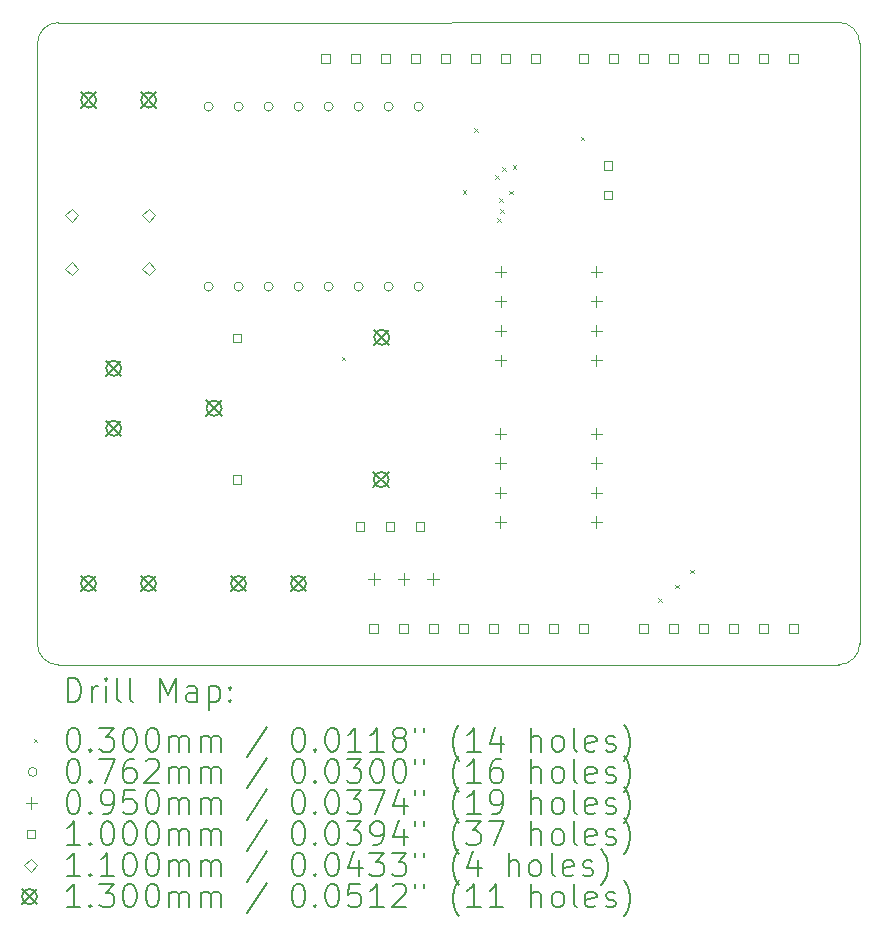
<source format=gbr>
%TF.GenerationSoftware,KiCad,Pcbnew,8.0.1*%
%TF.CreationDate,2024-06-08T08:25:45+08:00*%
%TF.ProjectId,uno_car,756e6f5f-6361-4722-9e6b-696361645f70,v1.0.2*%
%TF.SameCoordinates,Original*%
%TF.FileFunction,Drillmap*%
%TF.FilePolarity,Positive*%
%FSLAX45Y45*%
G04 Gerber Fmt 4.5, Leading zero omitted, Abs format (unit mm)*
G04 Created by KiCad (PCBNEW 8.0.1) date 2024-06-08 08:25:45*
%MOMM*%
%LPD*%
G01*
G04 APERTURE LIST*
%ADD10C,0.050000*%
%ADD11C,0.200000*%
%ADD12C,0.100000*%
%ADD13C,0.110000*%
%ADD14C,0.130000*%
G04 APERTURE END LIST*
D10*
X14349724Y-10213353D02*
X20956276Y-10212076D01*
X21134076Y-10034276D02*
X21134076Y-4951724D01*
X20956276Y-4773924D02*
G75*
G02*
X21134076Y-4951724I4J-177796D01*
G01*
X14349724Y-10213353D02*
G75*
G02*
X14171917Y-10035553I-4J177803D01*
G01*
X14349724Y-4775200D02*
X20956276Y-4773924D01*
X14171924Y-4953000D02*
X14171924Y-10035553D01*
X14171924Y-4953000D02*
G75*
G02*
X14349724Y-4775204I177796J0D01*
G01*
X21134076Y-10034276D02*
G75*
G02*
X20956276Y-10212076I-177796J-4D01*
G01*
D11*
D12*
X16749000Y-7605000D02*
X16779000Y-7635000D01*
X16779000Y-7605000D02*
X16749000Y-7635000D01*
X17771700Y-6193570D02*
X17801700Y-6223570D01*
X17801700Y-6193570D02*
X17771700Y-6223570D01*
X17869600Y-5668530D02*
X17899600Y-5698530D01*
X17899600Y-5668530D02*
X17869600Y-5698530D01*
X18048600Y-6067500D02*
X18078600Y-6097500D01*
X18078600Y-6067500D02*
X18048600Y-6097500D01*
X18066400Y-6431760D02*
X18096400Y-6461760D01*
X18096400Y-6431760D02*
X18066400Y-6461760D01*
X18081425Y-6262500D02*
X18111425Y-6292500D01*
X18111425Y-6262500D02*
X18081425Y-6292500D01*
X18089128Y-6355056D02*
X18119128Y-6385056D01*
X18119128Y-6355056D02*
X18089128Y-6385056D01*
X18108319Y-6002500D02*
X18138319Y-6032500D01*
X18138319Y-6002500D02*
X18108319Y-6032500D01*
X18164570Y-6197500D02*
X18194570Y-6227500D01*
X18194570Y-6197500D02*
X18164570Y-6227500D01*
X18195000Y-5981130D02*
X18225000Y-6011130D01*
X18225000Y-5981130D02*
X18195000Y-6011130D01*
X18770500Y-5743090D02*
X18800500Y-5773090D01*
X18800500Y-5743090D02*
X18770500Y-5773090D01*
X19430000Y-9651000D02*
X19460000Y-9681000D01*
X19460000Y-9651000D02*
X19430000Y-9681000D01*
X19570000Y-9537000D02*
X19600000Y-9567000D01*
X19600000Y-9537000D02*
X19570000Y-9567000D01*
X19698000Y-9410000D02*
X19728000Y-9440000D01*
X19728000Y-9410000D02*
X19698000Y-9440000D01*
X15659100Y-5486400D02*
G75*
G02*
X15582900Y-5486400I-38100J0D01*
G01*
X15582900Y-5486400D02*
G75*
G02*
X15659100Y-5486400I38100J0D01*
G01*
X15659100Y-7010400D02*
G75*
G02*
X15582900Y-7010400I-38100J0D01*
G01*
X15582900Y-7010400D02*
G75*
G02*
X15659100Y-7010400I38100J0D01*
G01*
X15913100Y-5486400D02*
G75*
G02*
X15836900Y-5486400I-38100J0D01*
G01*
X15836900Y-5486400D02*
G75*
G02*
X15913100Y-5486400I38100J0D01*
G01*
X15913100Y-7010400D02*
G75*
G02*
X15836900Y-7010400I-38100J0D01*
G01*
X15836900Y-7010400D02*
G75*
G02*
X15913100Y-7010400I38100J0D01*
G01*
X16167100Y-5486400D02*
G75*
G02*
X16090900Y-5486400I-38100J0D01*
G01*
X16090900Y-5486400D02*
G75*
G02*
X16167100Y-5486400I38100J0D01*
G01*
X16167100Y-7010400D02*
G75*
G02*
X16090900Y-7010400I-38100J0D01*
G01*
X16090900Y-7010400D02*
G75*
G02*
X16167100Y-7010400I38100J0D01*
G01*
X16421100Y-5486400D02*
G75*
G02*
X16344900Y-5486400I-38100J0D01*
G01*
X16344900Y-5486400D02*
G75*
G02*
X16421100Y-5486400I38100J0D01*
G01*
X16421100Y-7010400D02*
G75*
G02*
X16344900Y-7010400I-38100J0D01*
G01*
X16344900Y-7010400D02*
G75*
G02*
X16421100Y-7010400I38100J0D01*
G01*
X16675100Y-5486400D02*
G75*
G02*
X16598900Y-5486400I-38100J0D01*
G01*
X16598900Y-5486400D02*
G75*
G02*
X16675100Y-5486400I38100J0D01*
G01*
X16675100Y-7010400D02*
G75*
G02*
X16598900Y-7010400I-38100J0D01*
G01*
X16598900Y-7010400D02*
G75*
G02*
X16675100Y-7010400I38100J0D01*
G01*
X16929100Y-5486400D02*
G75*
G02*
X16852900Y-5486400I-38100J0D01*
G01*
X16852900Y-5486400D02*
G75*
G02*
X16929100Y-5486400I38100J0D01*
G01*
X16929100Y-7010400D02*
G75*
G02*
X16852900Y-7010400I-38100J0D01*
G01*
X16852900Y-7010400D02*
G75*
G02*
X16929100Y-7010400I38100J0D01*
G01*
X17183100Y-5486400D02*
G75*
G02*
X17106900Y-5486400I-38100J0D01*
G01*
X17106900Y-5486400D02*
G75*
G02*
X17183100Y-5486400I38100J0D01*
G01*
X17183100Y-7010400D02*
G75*
G02*
X17106900Y-7010400I-38100J0D01*
G01*
X17106900Y-7010400D02*
G75*
G02*
X17183100Y-7010400I38100J0D01*
G01*
X17437100Y-5486400D02*
G75*
G02*
X17360900Y-5486400I-38100J0D01*
G01*
X17360900Y-5486400D02*
G75*
G02*
X17437100Y-5486400I38100J0D01*
G01*
X17437100Y-7010400D02*
G75*
G02*
X17360900Y-7010400I-38100J0D01*
G01*
X17360900Y-7010400D02*
G75*
G02*
X17437100Y-7010400I38100J0D01*
G01*
X17022000Y-9439400D02*
X17022000Y-9534400D01*
X16974500Y-9486900D02*
X17069500Y-9486900D01*
X17272000Y-9439400D02*
X17272000Y-9534400D01*
X17224500Y-9486900D02*
X17319500Y-9486900D01*
X17522000Y-9439400D02*
X17522000Y-9534400D01*
X17474500Y-9486900D02*
X17569500Y-9486900D01*
X18090000Y-8207500D02*
X18090000Y-8302500D01*
X18042500Y-8255000D02*
X18137500Y-8255000D01*
X18090000Y-8457500D02*
X18090000Y-8552500D01*
X18042500Y-8505000D02*
X18137500Y-8505000D01*
X18090000Y-8707500D02*
X18090000Y-8802500D01*
X18042500Y-8755000D02*
X18137500Y-8755000D01*
X18090000Y-8957500D02*
X18090000Y-9052500D01*
X18042500Y-9005000D02*
X18137500Y-9005000D01*
X18095000Y-6837500D02*
X18095000Y-6932500D01*
X18047500Y-6885000D02*
X18142500Y-6885000D01*
X18095000Y-7087500D02*
X18095000Y-7182500D01*
X18047500Y-7135000D02*
X18142500Y-7135000D01*
X18095000Y-7337500D02*
X18095000Y-7432500D01*
X18047500Y-7385000D02*
X18142500Y-7385000D01*
X18095000Y-7587500D02*
X18095000Y-7682500D01*
X18047500Y-7635000D02*
X18142500Y-7635000D01*
X18905000Y-6837500D02*
X18905000Y-6932500D01*
X18857500Y-6885000D02*
X18952500Y-6885000D01*
X18905000Y-7087500D02*
X18905000Y-7182500D01*
X18857500Y-7135000D02*
X18952500Y-7135000D01*
X18905000Y-7337500D02*
X18905000Y-7432500D01*
X18857500Y-7385000D02*
X18952500Y-7385000D01*
X18905000Y-7587500D02*
X18905000Y-7682500D01*
X18857500Y-7635000D02*
X18952500Y-7635000D01*
X18905000Y-8207500D02*
X18905000Y-8302500D01*
X18857500Y-8255000D02*
X18952500Y-8255000D01*
X18905000Y-8457500D02*
X18905000Y-8552500D01*
X18857500Y-8505000D02*
X18952500Y-8505000D01*
X18905000Y-8707500D02*
X18905000Y-8802500D01*
X18857500Y-8755000D02*
X18952500Y-8755000D01*
X18905000Y-8957500D02*
X18905000Y-9052500D01*
X18857500Y-9005000D02*
X18952500Y-9005000D01*
X15897856Y-7480356D02*
X15897856Y-7409644D01*
X15827144Y-7409644D01*
X15827144Y-7480356D01*
X15897856Y-7480356D01*
X15897856Y-8680356D02*
X15897856Y-8609644D01*
X15827144Y-8609644D01*
X15827144Y-8680356D01*
X15897856Y-8680356D01*
X16647356Y-5115356D02*
X16647356Y-5044644D01*
X16576644Y-5044644D01*
X16576644Y-5115356D01*
X16647356Y-5115356D01*
X16901356Y-5115356D02*
X16901356Y-5044644D01*
X16830644Y-5044644D01*
X16830644Y-5115356D01*
X16901356Y-5115356D01*
X16939056Y-9077756D02*
X16939056Y-9007044D01*
X16868344Y-9007044D01*
X16868344Y-9077756D01*
X16939056Y-9077756D01*
X17053356Y-9941356D02*
X17053356Y-9870644D01*
X16982644Y-9870644D01*
X16982644Y-9941356D01*
X17053356Y-9941356D01*
X17155356Y-5115356D02*
X17155356Y-5044644D01*
X17084644Y-5044644D01*
X17084644Y-5115356D01*
X17155356Y-5115356D01*
X17193056Y-9077756D02*
X17193056Y-9007044D01*
X17122344Y-9007044D01*
X17122344Y-9077756D01*
X17193056Y-9077756D01*
X17307356Y-9941356D02*
X17307356Y-9870644D01*
X17236644Y-9870644D01*
X17236644Y-9941356D01*
X17307356Y-9941356D01*
X17409356Y-5115356D02*
X17409356Y-5044644D01*
X17338644Y-5044644D01*
X17338644Y-5115356D01*
X17409356Y-5115356D01*
X17447056Y-9077756D02*
X17447056Y-9007044D01*
X17376344Y-9007044D01*
X17376344Y-9077756D01*
X17447056Y-9077756D01*
X17561356Y-9941356D02*
X17561356Y-9870644D01*
X17490644Y-9870644D01*
X17490644Y-9941356D01*
X17561356Y-9941356D01*
X17663356Y-5115356D02*
X17663356Y-5044644D01*
X17592644Y-5044644D01*
X17592644Y-5115356D01*
X17663356Y-5115356D01*
X17815356Y-9941356D02*
X17815356Y-9870644D01*
X17744644Y-9870644D01*
X17744644Y-9941356D01*
X17815356Y-9941356D01*
X17917356Y-5115356D02*
X17917356Y-5044644D01*
X17846644Y-5044644D01*
X17846644Y-5115356D01*
X17917356Y-5115356D01*
X18069356Y-9941356D02*
X18069356Y-9870644D01*
X17998644Y-9870644D01*
X17998644Y-9941356D01*
X18069356Y-9941356D01*
X18171356Y-5115356D02*
X18171356Y-5044644D01*
X18100644Y-5044644D01*
X18100644Y-5115356D01*
X18171356Y-5115356D01*
X18323356Y-9941356D02*
X18323356Y-9870644D01*
X18252644Y-9870644D01*
X18252644Y-9941356D01*
X18323356Y-9941356D01*
X18425356Y-5115356D02*
X18425356Y-5044644D01*
X18354644Y-5044644D01*
X18354644Y-5115356D01*
X18425356Y-5115356D01*
X18577356Y-9941356D02*
X18577356Y-9870644D01*
X18506644Y-9870644D01*
X18506644Y-9941356D01*
X18577356Y-9941356D01*
X18831356Y-5115356D02*
X18831356Y-5044644D01*
X18760644Y-5044644D01*
X18760644Y-5115356D01*
X18831356Y-5115356D01*
X18831356Y-9941356D02*
X18831356Y-9870644D01*
X18760644Y-9870644D01*
X18760644Y-9941356D01*
X18831356Y-9941356D01*
X19040356Y-6020356D02*
X19040356Y-5949644D01*
X18969644Y-5949644D01*
X18969644Y-6020356D01*
X19040356Y-6020356D01*
X19040356Y-6270356D02*
X19040356Y-6199644D01*
X18969644Y-6199644D01*
X18969644Y-6270356D01*
X19040356Y-6270356D01*
X19085356Y-5115356D02*
X19085356Y-5044644D01*
X19014644Y-5044644D01*
X19014644Y-5115356D01*
X19085356Y-5115356D01*
X19339356Y-5115356D02*
X19339356Y-5044644D01*
X19268644Y-5044644D01*
X19268644Y-5115356D01*
X19339356Y-5115356D01*
X19339356Y-9941356D02*
X19339356Y-9870644D01*
X19268644Y-9870644D01*
X19268644Y-9941356D01*
X19339356Y-9941356D01*
X19593356Y-5115356D02*
X19593356Y-5044644D01*
X19522644Y-5044644D01*
X19522644Y-5115356D01*
X19593356Y-5115356D01*
X19593356Y-9941356D02*
X19593356Y-9870644D01*
X19522644Y-9870644D01*
X19522644Y-9941356D01*
X19593356Y-9941356D01*
X19847356Y-5115356D02*
X19847356Y-5044644D01*
X19776644Y-5044644D01*
X19776644Y-5115356D01*
X19847356Y-5115356D01*
X19847356Y-9941356D02*
X19847356Y-9870644D01*
X19776644Y-9870644D01*
X19776644Y-9941356D01*
X19847356Y-9941356D01*
X20101356Y-5115356D02*
X20101356Y-5044644D01*
X20030644Y-5044644D01*
X20030644Y-5115356D01*
X20101356Y-5115356D01*
X20101356Y-9941356D02*
X20101356Y-9870644D01*
X20030644Y-9870644D01*
X20030644Y-9941356D01*
X20101356Y-9941356D01*
X20355356Y-5115356D02*
X20355356Y-5044644D01*
X20284644Y-5044644D01*
X20284644Y-5115356D01*
X20355356Y-5115356D01*
X20355356Y-9941356D02*
X20355356Y-9870644D01*
X20284644Y-9870644D01*
X20284644Y-9941356D01*
X20355356Y-9941356D01*
X20609356Y-5115356D02*
X20609356Y-5044644D01*
X20538644Y-5044644D01*
X20538644Y-5115356D01*
X20609356Y-5115356D01*
X20609356Y-9941356D02*
X20609356Y-9870644D01*
X20538644Y-9870644D01*
X20538644Y-9941356D01*
X20609356Y-9941356D01*
D13*
X14463000Y-6463000D02*
X14518000Y-6408000D01*
X14463000Y-6353000D01*
X14408000Y-6408000D01*
X14463000Y-6463000D01*
X14463000Y-6913000D02*
X14518000Y-6858000D01*
X14463000Y-6803000D01*
X14408000Y-6858000D01*
X14463000Y-6913000D01*
X15113000Y-6463000D02*
X15168000Y-6408000D01*
X15113000Y-6353000D01*
X15058000Y-6408000D01*
X15113000Y-6463000D01*
X15113000Y-6913000D02*
X15168000Y-6858000D01*
X15113000Y-6803000D01*
X15058000Y-6858000D01*
X15113000Y-6913000D01*
D14*
X14539500Y-9460000D02*
X14669500Y-9590000D01*
X14669500Y-9460000D02*
X14539500Y-9590000D01*
X14669500Y-9525000D02*
G75*
G02*
X14539500Y-9525000I-65000J0D01*
G01*
X14539500Y-9525000D02*
G75*
G02*
X14669500Y-9525000I65000J0D01*
G01*
X14540500Y-5365500D02*
X14670500Y-5495500D01*
X14670500Y-5365500D02*
X14540500Y-5495500D01*
X14670500Y-5430500D02*
G75*
G02*
X14540500Y-5430500I-65000J0D01*
G01*
X14540500Y-5430500D02*
G75*
G02*
X14670500Y-5430500I65000J0D01*
G01*
X14753300Y-7637200D02*
X14883300Y-7767200D01*
X14883300Y-7637200D02*
X14753300Y-7767200D01*
X14883300Y-7702200D02*
G75*
G02*
X14753300Y-7702200I-65000J0D01*
G01*
X14753300Y-7702200D02*
G75*
G02*
X14883300Y-7702200I65000J0D01*
G01*
X14753300Y-8145200D02*
X14883300Y-8275200D01*
X14883300Y-8145200D02*
X14753300Y-8275200D01*
X14883300Y-8210200D02*
G75*
G02*
X14753300Y-8210200I-65000J0D01*
G01*
X14753300Y-8210200D02*
G75*
G02*
X14883300Y-8210200I65000J0D01*
G01*
X15047500Y-9460000D02*
X15177500Y-9590000D01*
X15177500Y-9460000D02*
X15047500Y-9590000D01*
X15177500Y-9525000D02*
G75*
G02*
X15047500Y-9525000I-65000J0D01*
G01*
X15047500Y-9525000D02*
G75*
G02*
X15177500Y-9525000I65000J0D01*
G01*
X15048500Y-5365500D02*
X15178500Y-5495500D01*
X15178500Y-5365500D02*
X15048500Y-5495500D01*
X15178500Y-5430500D02*
G75*
G02*
X15048500Y-5430500I-65000J0D01*
G01*
X15048500Y-5430500D02*
G75*
G02*
X15178500Y-5430500I65000J0D01*
G01*
X15602500Y-7975000D02*
X15732500Y-8105000D01*
X15732500Y-7975000D02*
X15602500Y-8105000D01*
X15732500Y-8040000D02*
G75*
G02*
X15602500Y-8040000I-65000J0D01*
G01*
X15602500Y-8040000D02*
G75*
G02*
X15732500Y-8040000I65000J0D01*
G01*
X15809500Y-9460000D02*
X15939500Y-9590000D01*
X15939500Y-9460000D02*
X15809500Y-9590000D01*
X15939500Y-9525000D02*
G75*
G02*
X15809500Y-9525000I-65000J0D01*
G01*
X15809500Y-9525000D02*
G75*
G02*
X15939500Y-9525000I65000J0D01*
G01*
X16317500Y-9460000D02*
X16447500Y-9590000D01*
X16447500Y-9460000D02*
X16317500Y-9590000D01*
X16447500Y-9525000D02*
G75*
G02*
X16317500Y-9525000I-65000J0D01*
G01*
X16317500Y-9525000D02*
G75*
G02*
X16447500Y-9525000I65000J0D01*
G01*
X17017500Y-8580000D02*
X17147500Y-8710000D01*
X17147500Y-8580000D02*
X17017500Y-8710000D01*
X17147500Y-8645000D02*
G75*
G02*
X17017500Y-8645000I-65000J0D01*
G01*
X17017500Y-8645000D02*
G75*
G02*
X17147500Y-8645000I65000J0D01*
G01*
X17022500Y-7375000D02*
X17152500Y-7505000D01*
X17152500Y-7375000D02*
X17022500Y-7505000D01*
X17152500Y-7440000D02*
G75*
G02*
X17022500Y-7440000I-65000J0D01*
G01*
X17022500Y-7440000D02*
G75*
G02*
X17152500Y-7440000I65000J0D01*
G01*
D11*
X14430200Y-10527337D02*
X14430200Y-10327337D01*
X14430200Y-10327337D02*
X14477819Y-10327337D01*
X14477819Y-10327337D02*
X14506391Y-10336860D01*
X14506391Y-10336860D02*
X14525438Y-10355908D01*
X14525438Y-10355908D02*
X14534962Y-10374956D01*
X14534962Y-10374956D02*
X14544486Y-10413051D01*
X14544486Y-10413051D02*
X14544486Y-10441622D01*
X14544486Y-10441622D02*
X14534962Y-10479718D01*
X14534962Y-10479718D02*
X14525438Y-10498765D01*
X14525438Y-10498765D02*
X14506391Y-10517813D01*
X14506391Y-10517813D02*
X14477819Y-10527337D01*
X14477819Y-10527337D02*
X14430200Y-10527337D01*
X14630200Y-10527337D02*
X14630200Y-10394003D01*
X14630200Y-10432099D02*
X14639724Y-10413051D01*
X14639724Y-10413051D02*
X14649248Y-10403527D01*
X14649248Y-10403527D02*
X14668296Y-10394003D01*
X14668296Y-10394003D02*
X14687343Y-10394003D01*
X14754010Y-10527337D02*
X14754010Y-10394003D01*
X14754010Y-10327337D02*
X14744486Y-10336860D01*
X14744486Y-10336860D02*
X14754010Y-10346384D01*
X14754010Y-10346384D02*
X14763534Y-10336860D01*
X14763534Y-10336860D02*
X14754010Y-10327337D01*
X14754010Y-10327337D02*
X14754010Y-10346384D01*
X14877819Y-10527337D02*
X14858772Y-10517813D01*
X14858772Y-10517813D02*
X14849248Y-10498765D01*
X14849248Y-10498765D02*
X14849248Y-10327337D01*
X14982581Y-10527337D02*
X14963534Y-10517813D01*
X14963534Y-10517813D02*
X14954010Y-10498765D01*
X14954010Y-10498765D02*
X14954010Y-10327337D01*
X15211153Y-10527337D02*
X15211153Y-10327337D01*
X15211153Y-10327337D02*
X15277819Y-10470194D01*
X15277819Y-10470194D02*
X15344486Y-10327337D01*
X15344486Y-10327337D02*
X15344486Y-10527337D01*
X15525438Y-10527337D02*
X15525438Y-10422575D01*
X15525438Y-10422575D02*
X15515915Y-10403527D01*
X15515915Y-10403527D02*
X15496867Y-10394003D01*
X15496867Y-10394003D02*
X15458772Y-10394003D01*
X15458772Y-10394003D02*
X15439724Y-10403527D01*
X15525438Y-10517813D02*
X15506391Y-10527337D01*
X15506391Y-10527337D02*
X15458772Y-10527337D01*
X15458772Y-10527337D02*
X15439724Y-10517813D01*
X15439724Y-10517813D02*
X15430200Y-10498765D01*
X15430200Y-10498765D02*
X15430200Y-10479718D01*
X15430200Y-10479718D02*
X15439724Y-10460670D01*
X15439724Y-10460670D02*
X15458772Y-10451146D01*
X15458772Y-10451146D02*
X15506391Y-10451146D01*
X15506391Y-10451146D02*
X15525438Y-10441622D01*
X15620677Y-10394003D02*
X15620677Y-10594003D01*
X15620677Y-10403527D02*
X15639724Y-10394003D01*
X15639724Y-10394003D02*
X15677819Y-10394003D01*
X15677819Y-10394003D02*
X15696867Y-10403527D01*
X15696867Y-10403527D02*
X15706391Y-10413051D01*
X15706391Y-10413051D02*
X15715915Y-10432099D01*
X15715915Y-10432099D02*
X15715915Y-10489241D01*
X15715915Y-10489241D02*
X15706391Y-10508289D01*
X15706391Y-10508289D02*
X15696867Y-10517813D01*
X15696867Y-10517813D02*
X15677819Y-10527337D01*
X15677819Y-10527337D02*
X15639724Y-10527337D01*
X15639724Y-10527337D02*
X15620677Y-10517813D01*
X15801629Y-10508289D02*
X15811153Y-10517813D01*
X15811153Y-10517813D02*
X15801629Y-10527337D01*
X15801629Y-10527337D02*
X15792105Y-10517813D01*
X15792105Y-10517813D02*
X15801629Y-10508289D01*
X15801629Y-10508289D02*
X15801629Y-10527337D01*
X15801629Y-10403527D02*
X15811153Y-10413051D01*
X15811153Y-10413051D02*
X15801629Y-10422575D01*
X15801629Y-10422575D02*
X15792105Y-10413051D01*
X15792105Y-10413051D02*
X15801629Y-10403527D01*
X15801629Y-10403527D02*
X15801629Y-10422575D01*
D12*
X14139424Y-10840853D02*
X14169424Y-10870853D01*
X14169424Y-10840853D02*
X14139424Y-10870853D01*
D11*
X14468296Y-10747337D02*
X14487343Y-10747337D01*
X14487343Y-10747337D02*
X14506391Y-10756860D01*
X14506391Y-10756860D02*
X14515915Y-10766384D01*
X14515915Y-10766384D02*
X14525438Y-10785432D01*
X14525438Y-10785432D02*
X14534962Y-10823527D01*
X14534962Y-10823527D02*
X14534962Y-10871146D01*
X14534962Y-10871146D02*
X14525438Y-10909241D01*
X14525438Y-10909241D02*
X14515915Y-10928289D01*
X14515915Y-10928289D02*
X14506391Y-10937813D01*
X14506391Y-10937813D02*
X14487343Y-10947337D01*
X14487343Y-10947337D02*
X14468296Y-10947337D01*
X14468296Y-10947337D02*
X14449248Y-10937813D01*
X14449248Y-10937813D02*
X14439724Y-10928289D01*
X14439724Y-10928289D02*
X14430200Y-10909241D01*
X14430200Y-10909241D02*
X14420677Y-10871146D01*
X14420677Y-10871146D02*
X14420677Y-10823527D01*
X14420677Y-10823527D02*
X14430200Y-10785432D01*
X14430200Y-10785432D02*
X14439724Y-10766384D01*
X14439724Y-10766384D02*
X14449248Y-10756860D01*
X14449248Y-10756860D02*
X14468296Y-10747337D01*
X14620677Y-10928289D02*
X14630200Y-10937813D01*
X14630200Y-10937813D02*
X14620677Y-10947337D01*
X14620677Y-10947337D02*
X14611153Y-10937813D01*
X14611153Y-10937813D02*
X14620677Y-10928289D01*
X14620677Y-10928289D02*
X14620677Y-10947337D01*
X14696867Y-10747337D02*
X14820677Y-10747337D01*
X14820677Y-10747337D02*
X14754010Y-10823527D01*
X14754010Y-10823527D02*
X14782581Y-10823527D01*
X14782581Y-10823527D02*
X14801629Y-10833051D01*
X14801629Y-10833051D02*
X14811153Y-10842575D01*
X14811153Y-10842575D02*
X14820677Y-10861622D01*
X14820677Y-10861622D02*
X14820677Y-10909241D01*
X14820677Y-10909241D02*
X14811153Y-10928289D01*
X14811153Y-10928289D02*
X14801629Y-10937813D01*
X14801629Y-10937813D02*
X14782581Y-10947337D01*
X14782581Y-10947337D02*
X14725438Y-10947337D01*
X14725438Y-10947337D02*
X14706391Y-10937813D01*
X14706391Y-10937813D02*
X14696867Y-10928289D01*
X14944486Y-10747337D02*
X14963534Y-10747337D01*
X14963534Y-10747337D02*
X14982581Y-10756860D01*
X14982581Y-10756860D02*
X14992105Y-10766384D01*
X14992105Y-10766384D02*
X15001629Y-10785432D01*
X15001629Y-10785432D02*
X15011153Y-10823527D01*
X15011153Y-10823527D02*
X15011153Y-10871146D01*
X15011153Y-10871146D02*
X15001629Y-10909241D01*
X15001629Y-10909241D02*
X14992105Y-10928289D01*
X14992105Y-10928289D02*
X14982581Y-10937813D01*
X14982581Y-10937813D02*
X14963534Y-10947337D01*
X14963534Y-10947337D02*
X14944486Y-10947337D01*
X14944486Y-10947337D02*
X14925438Y-10937813D01*
X14925438Y-10937813D02*
X14915915Y-10928289D01*
X14915915Y-10928289D02*
X14906391Y-10909241D01*
X14906391Y-10909241D02*
X14896867Y-10871146D01*
X14896867Y-10871146D02*
X14896867Y-10823527D01*
X14896867Y-10823527D02*
X14906391Y-10785432D01*
X14906391Y-10785432D02*
X14915915Y-10766384D01*
X14915915Y-10766384D02*
X14925438Y-10756860D01*
X14925438Y-10756860D02*
X14944486Y-10747337D01*
X15134962Y-10747337D02*
X15154010Y-10747337D01*
X15154010Y-10747337D02*
X15173058Y-10756860D01*
X15173058Y-10756860D02*
X15182581Y-10766384D01*
X15182581Y-10766384D02*
X15192105Y-10785432D01*
X15192105Y-10785432D02*
X15201629Y-10823527D01*
X15201629Y-10823527D02*
X15201629Y-10871146D01*
X15201629Y-10871146D02*
X15192105Y-10909241D01*
X15192105Y-10909241D02*
X15182581Y-10928289D01*
X15182581Y-10928289D02*
X15173058Y-10937813D01*
X15173058Y-10937813D02*
X15154010Y-10947337D01*
X15154010Y-10947337D02*
X15134962Y-10947337D01*
X15134962Y-10947337D02*
X15115915Y-10937813D01*
X15115915Y-10937813D02*
X15106391Y-10928289D01*
X15106391Y-10928289D02*
X15096867Y-10909241D01*
X15096867Y-10909241D02*
X15087343Y-10871146D01*
X15087343Y-10871146D02*
X15087343Y-10823527D01*
X15087343Y-10823527D02*
X15096867Y-10785432D01*
X15096867Y-10785432D02*
X15106391Y-10766384D01*
X15106391Y-10766384D02*
X15115915Y-10756860D01*
X15115915Y-10756860D02*
X15134962Y-10747337D01*
X15287343Y-10947337D02*
X15287343Y-10814003D01*
X15287343Y-10833051D02*
X15296867Y-10823527D01*
X15296867Y-10823527D02*
X15315915Y-10814003D01*
X15315915Y-10814003D02*
X15344486Y-10814003D01*
X15344486Y-10814003D02*
X15363534Y-10823527D01*
X15363534Y-10823527D02*
X15373058Y-10842575D01*
X15373058Y-10842575D02*
X15373058Y-10947337D01*
X15373058Y-10842575D02*
X15382581Y-10823527D01*
X15382581Y-10823527D02*
X15401629Y-10814003D01*
X15401629Y-10814003D02*
X15430200Y-10814003D01*
X15430200Y-10814003D02*
X15449248Y-10823527D01*
X15449248Y-10823527D02*
X15458772Y-10842575D01*
X15458772Y-10842575D02*
X15458772Y-10947337D01*
X15554010Y-10947337D02*
X15554010Y-10814003D01*
X15554010Y-10833051D02*
X15563534Y-10823527D01*
X15563534Y-10823527D02*
X15582581Y-10814003D01*
X15582581Y-10814003D02*
X15611153Y-10814003D01*
X15611153Y-10814003D02*
X15630200Y-10823527D01*
X15630200Y-10823527D02*
X15639724Y-10842575D01*
X15639724Y-10842575D02*
X15639724Y-10947337D01*
X15639724Y-10842575D02*
X15649248Y-10823527D01*
X15649248Y-10823527D02*
X15668296Y-10814003D01*
X15668296Y-10814003D02*
X15696867Y-10814003D01*
X15696867Y-10814003D02*
X15715915Y-10823527D01*
X15715915Y-10823527D02*
X15725439Y-10842575D01*
X15725439Y-10842575D02*
X15725439Y-10947337D01*
X16115915Y-10737813D02*
X15944486Y-10994956D01*
X16373058Y-10747337D02*
X16392105Y-10747337D01*
X16392105Y-10747337D02*
X16411153Y-10756860D01*
X16411153Y-10756860D02*
X16420677Y-10766384D01*
X16420677Y-10766384D02*
X16430201Y-10785432D01*
X16430201Y-10785432D02*
X16439724Y-10823527D01*
X16439724Y-10823527D02*
X16439724Y-10871146D01*
X16439724Y-10871146D02*
X16430201Y-10909241D01*
X16430201Y-10909241D02*
X16420677Y-10928289D01*
X16420677Y-10928289D02*
X16411153Y-10937813D01*
X16411153Y-10937813D02*
X16392105Y-10947337D01*
X16392105Y-10947337D02*
X16373058Y-10947337D01*
X16373058Y-10947337D02*
X16354010Y-10937813D01*
X16354010Y-10937813D02*
X16344486Y-10928289D01*
X16344486Y-10928289D02*
X16334962Y-10909241D01*
X16334962Y-10909241D02*
X16325439Y-10871146D01*
X16325439Y-10871146D02*
X16325439Y-10823527D01*
X16325439Y-10823527D02*
X16334962Y-10785432D01*
X16334962Y-10785432D02*
X16344486Y-10766384D01*
X16344486Y-10766384D02*
X16354010Y-10756860D01*
X16354010Y-10756860D02*
X16373058Y-10747337D01*
X16525439Y-10928289D02*
X16534962Y-10937813D01*
X16534962Y-10937813D02*
X16525439Y-10947337D01*
X16525439Y-10947337D02*
X16515915Y-10937813D01*
X16515915Y-10937813D02*
X16525439Y-10928289D01*
X16525439Y-10928289D02*
X16525439Y-10947337D01*
X16658772Y-10747337D02*
X16677820Y-10747337D01*
X16677820Y-10747337D02*
X16696867Y-10756860D01*
X16696867Y-10756860D02*
X16706391Y-10766384D01*
X16706391Y-10766384D02*
X16715915Y-10785432D01*
X16715915Y-10785432D02*
X16725439Y-10823527D01*
X16725439Y-10823527D02*
X16725439Y-10871146D01*
X16725439Y-10871146D02*
X16715915Y-10909241D01*
X16715915Y-10909241D02*
X16706391Y-10928289D01*
X16706391Y-10928289D02*
X16696867Y-10937813D01*
X16696867Y-10937813D02*
X16677820Y-10947337D01*
X16677820Y-10947337D02*
X16658772Y-10947337D01*
X16658772Y-10947337D02*
X16639724Y-10937813D01*
X16639724Y-10937813D02*
X16630201Y-10928289D01*
X16630201Y-10928289D02*
X16620677Y-10909241D01*
X16620677Y-10909241D02*
X16611153Y-10871146D01*
X16611153Y-10871146D02*
X16611153Y-10823527D01*
X16611153Y-10823527D02*
X16620677Y-10785432D01*
X16620677Y-10785432D02*
X16630201Y-10766384D01*
X16630201Y-10766384D02*
X16639724Y-10756860D01*
X16639724Y-10756860D02*
X16658772Y-10747337D01*
X16915915Y-10947337D02*
X16801629Y-10947337D01*
X16858772Y-10947337D02*
X16858772Y-10747337D01*
X16858772Y-10747337D02*
X16839724Y-10775908D01*
X16839724Y-10775908D02*
X16820677Y-10794956D01*
X16820677Y-10794956D02*
X16801629Y-10804479D01*
X17106391Y-10947337D02*
X16992105Y-10947337D01*
X17049248Y-10947337D02*
X17049248Y-10747337D01*
X17049248Y-10747337D02*
X17030201Y-10775908D01*
X17030201Y-10775908D02*
X17011153Y-10794956D01*
X17011153Y-10794956D02*
X16992105Y-10804479D01*
X17220677Y-10833051D02*
X17201629Y-10823527D01*
X17201629Y-10823527D02*
X17192105Y-10814003D01*
X17192105Y-10814003D02*
X17182582Y-10794956D01*
X17182582Y-10794956D02*
X17182582Y-10785432D01*
X17182582Y-10785432D02*
X17192105Y-10766384D01*
X17192105Y-10766384D02*
X17201629Y-10756860D01*
X17201629Y-10756860D02*
X17220677Y-10747337D01*
X17220677Y-10747337D02*
X17258772Y-10747337D01*
X17258772Y-10747337D02*
X17277820Y-10756860D01*
X17277820Y-10756860D02*
X17287344Y-10766384D01*
X17287344Y-10766384D02*
X17296867Y-10785432D01*
X17296867Y-10785432D02*
X17296867Y-10794956D01*
X17296867Y-10794956D02*
X17287344Y-10814003D01*
X17287344Y-10814003D02*
X17277820Y-10823527D01*
X17277820Y-10823527D02*
X17258772Y-10833051D01*
X17258772Y-10833051D02*
X17220677Y-10833051D01*
X17220677Y-10833051D02*
X17201629Y-10842575D01*
X17201629Y-10842575D02*
X17192105Y-10852099D01*
X17192105Y-10852099D02*
X17182582Y-10871146D01*
X17182582Y-10871146D02*
X17182582Y-10909241D01*
X17182582Y-10909241D02*
X17192105Y-10928289D01*
X17192105Y-10928289D02*
X17201629Y-10937813D01*
X17201629Y-10937813D02*
X17220677Y-10947337D01*
X17220677Y-10947337D02*
X17258772Y-10947337D01*
X17258772Y-10947337D02*
X17277820Y-10937813D01*
X17277820Y-10937813D02*
X17287344Y-10928289D01*
X17287344Y-10928289D02*
X17296867Y-10909241D01*
X17296867Y-10909241D02*
X17296867Y-10871146D01*
X17296867Y-10871146D02*
X17287344Y-10852099D01*
X17287344Y-10852099D02*
X17277820Y-10842575D01*
X17277820Y-10842575D02*
X17258772Y-10833051D01*
X17373058Y-10747337D02*
X17373058Y-10785432D01*
X17449248Y-10747337D02*
X17449248Y-10785432D01*
X17744487Y-11023527D02*
X17734963Y-11014003D01*
X17734963Y-11014003D02*
X17715915Y-10985432D01*
X17715915Y-10985432D02*
X17706391Y-10966384D01*
X17706391Y-10966384D02*
X17696867Y-10937813D01*
X17696867Y-10937813D02*
X17687344Y-10890194D01*
X17687344Y-10890194D02*
X17687344Y-10852099D01*
X17687344Y-10852099D02*
X17696867Y-10804479D01*
X17696867Y-10804479D02*
X17706391Y-10775908D01*
X17706391Y-10775908D02*
X17715915Y-10756860D01*
X17715915Y-10756860D02*
X17734963Y-10728289D01*
X17734963Y-10728289D02*
X17744487Y-10718765D01*
X17925439Y-10947337D02*
X17811153Y-10947337D01*
X17868296Y-10947337D02*
X17868296Y-10747337D01*
X17868296Y-10747337D02*
X17849248Y-10775908D01*
X17849248Y-10775908D02*
X17830201Y-10794956D01*
X17830201Y-10794956D02*
X17811153Y-10804479D01*
X18096867Y-10814003D02*
X18096867Y-10947337D01*
X18049248Y-10737813D02*
X18001629Y-10880670D01*
X18001629Y-10880670D02*
X18125439Y-10880670D01*
X18354010Y-10947337D02*
X18354010Y-10747337D01*
X18439725Y-10947337D02*
X18439725Y-10842575D01*
X18439725Y-10842575D02*
X18430201Y-10823527D01*
X18430201Y-10823527D02*
X18411153Y-10814003D01*
X18411153Y-10814003D02*
X18382582Y-10814003D01*
X18382582Y-10814003D02*
X18363534Y-10823527D01*
X18363534Y-10823527D02*
X18354010Y-10833051D01*
X18563534Y-10947337D02*
X18544487Y-10937813D01*
X18544487Y-10937813D02*
X18534963Y-10928289D01*
X18534963Y-10928289D02*
X18525439Y-10909241D01*
X18525439Y-10909241D02*
X18525439Y-10852099D01*
X18525439Y-10852099D02*
X18534963Y-10833051D01*
X18534963Y-10833051D02*
X18544487Y-10823527D01*
X18544487Y-10823527D02*
X18563534Y-10814003D01*
X18563534Y-10814003D02*
X18592106Y-10814003D01*
X18592106Y-10814003D02*
X18611153Y-10823527D01*
X18611153Y-10823527D02*
X18620677Y-10833051D01*
X18620677Y-10833051D02*
X18630201Y-10852099D01*
X18630201Y-10852099D02*
X18630201Y-10909241D01*
X18630201Y-10909241D02*
X18620677Y-10928289D01*
X18620677Y-10928289D02*
X18611153Y-10937813D01*
X18611153Y-10937813D02*
X18592106Y-10947337D01*
X18592106Y-10947337D02*
X18563534Y-10947337D01*
X18744487Y-10947337D02*
X18725439Y-10937813D01*
X18725439Y-10937813D02*
X18715915Y-10918765D01*
X18715915Y-10918765D02*
X18715915Y-10747337D01*
X18896868Y-10937813D02*
X18877820Y-10947337D01*
X18877820Y-10947337D02*
X18839725Y-10947337D01*
X18839725Y-10947337D02*
X18820677Y-10937813D01*
X18820677Y-10937813D02*
X18811153Y-10918765D01*
X18811153Y-10918765D02*
X18811153Y-10842575D01*
X18811153Y-10842575D02*
X18820677Y-10823527D01*
X18820677Y-10823527D02*
X18839725Y-10814003D01*
X18839725Y-10814003D02*
X18877820Y-10814003D01*
X18877820Y-10814003D02*
X18896868Y-10823527D01*
X18896868Y-10823527D02*
X18906391Y-10842575D01*
X18906391Y-10842575D02*
X18906391Y-10861622D01*
X18906391Y-10861622D02*
X18811153Y-10880670D01*
X18982582Y-10937813D02*
X19001629Y-10947337D01*
X19001629Y-10947337D02*
X19039725Y-10947337D01*
X19039725Y-10947337D02*
X19058772Y-10937813D01*
X19058772Y-10937813D02*
X19068296Y-10918765D01*
X19068296Y-10918765D02*
X19068296Y-10909241D01*
X19068296Y-10909241D02*
X19058772Y-10890194D01*
X19058772Y-10890194D02*
X19039725Y-10880670D01*
X19039725Y-10880670D02*
X19011153Y-10880670D01*
X19011153Y-10880670D02*
X18992106Y-10871146D01*
X18992106Y-10871146D02*
X18982582Y-10852099D01*
X18982582Y-10852099D02*
X18982582Y-10842575D01*
X18982582Y-10842575D02*
X18992106Y-10823527D01*
X18992106Y-10823527D02*
X19011153Y-10814003D01*
X19011153Y-10814003D02*
X19039725Y-10814003D01*
X19039725Y-10814003D02*
X19058772Y-10823527D01*
X19134963Y-11023527D02*
X19144487Y-11014003D01*
X19144487Y-11014003D02*
X19163534Y-10985432D01*
X19163534Y-10985432D02*
X19173058Y-10966384D01*
X19173058Y-10966384D02*
X19182582Y-10937813D01*
X19182582Y-10937813D02*
X19192106Y-10890194D01*
X19192106Y-10890194D02*
X19192106Y-10852099D01*
X19192106Y-10852099D02*
X19182582Y-10804479D01*
X19182582Y-10804479D02*
X19173058Y-10775908D01*
X19173058Y-10775908D02*
X19163534Y-10756860D01*
X19163534Y-10756860D02*
X19144487Y-10728289D01*
X19144487Y-10728289D02*
X19134963Y-10718765D01*
D12*
X14169424Y-11119853D02*
G75*
G02*
X14093224Y-11119853I-38100J0D01*
G01*
X14093224Y-11119853D02*
G75*
G02*
X14169424Y-11119853I38100J0D01*
G01*
D11*
X14468296Y-11011337D02*
X14487343Y-11011337D01*
X14487343Y-11011337D02*
X14506391Y-11020860D01*
X14506391Y-11020860D02*
X14515915Y-11030384D01*
X14515915Y-11030384D02*
X14525438Y-11049432D01*
X14525438Y-11049432D02*
X14534962Y-11087527D01*
X14534962Y-11087527D02*
X14534962Y-11135146D01*
X14534962Y-11135146D02*
X14525438Y-11173241D01*
X14525438Y-11173241D02*
X14515915Y-11192289D01*
X14515915Y-11192289D02*
X14506391Y-11201813D01*
X14506391Y-11201813D02*
X14487343Y-11211337D01*
X14487343Y-11211337D02*
X14468296Y-11211337D01*
X14468296Y-11211337D02*
X14449248Y-11201813D01*
X14449248Y-11201813D02*
X14439724Y-11192289D01*
X14439724Y-11192289D02*
X14430200Y-11173241D01*
X14430200Y-11173241D02*
X14420677Y-11135146D01*
X14420677Y-11135146D02*
X14420677Y-11087527D01*
X14420677Y-11087527D02*
X14430200Y-11049432D01*
X14430200Y-11049432D02*
X14439724Y-11030384D01*
X14439724Y-11030384D02*
X14449248Y-11020860D01*
X14449248Y-11020860D02*
X14468296Y-11011337D01*
X14620677Y-11192289D02*
X14630200Y-11201813D01*
X14630200Y-11201813D02*
X14620677Y-11211337D01*
X14620677Y-11211337D02*
X14611153Y-11201813D01*
X14611153Y-11201813D02*
X14620677Y-11192289D01*
X14620677Y-11192289D02*
X14620677Y-11211337D01*
X14696867Y-11011337D02*
X14830200Y-11011337D01*
X14830200Y-11011337D02*
X14744486Y-11211337D01*
X14992105Y-11011337D02*
X14954010Y-11011337D01*
X14954010Y-11011337D02*
X14934962Y-11020860D01*
X14934962Y-11020860D02*
X14925438Y-11030384D01*
X14925438Y-11030384D02*
X14906391Y-11058956D01*
X14906391Y-11058956D02*
X14896867Y-11097051D01*
X14896867Y-11097051D02*
X14896867Y-11173241D01*
X14896867Y-11173241D02*
X14906391Y-11192289D01*
X14906391Y-11192289D02*
X14915915Y-11201813D01*
X14915915Y-11201813D02*
X14934962Y-11211337D01*
X14934962Y-11211337D02*
X14973058Y-11211337D01*
X14973058Y-11211337D02*
X14992105Y-11201813D01*
X14992105Y-11201813D02*
X15001629Y-11192289D01*
X15001629Y-11192289D02*
X15011153Y-11173241D01*
X15011153Y-11173241D02*
X15011153Y-11125622D01*
X15011153Y-11125622D02*
X15001629Y-11106575D01*
X15001629Y-11106575D02*
X14992105Y-11097051D01*
X14992105Y-11097051D02*
X14973058Y-11087527D01*
X14973058Y-11087527D02*
X14934962Y-11087527D01*
X14934962Y-11087527D02*
X14915915Y-11097051D01*
X14915915Y-11097051D02*
X14906391Y-11106575D01*
X14906391Y-11106575D02*
X14896867Y-11125622D01*
X15087343Y-11030384D02*
X15096867Y-11020860D01*
X15096867Y-11020860D02*
X15115915Y-11011337D01*
X15115915Y-11011337D02*
X15163534Y-11011337D01*
X15163534Y-11011337D02*
X15182581Y-11020860D01*
X15182581Y-11020860D02*
X15192105Y-11030384D01*
X15192105Y-11030384D02*
X15201629Y-11049432D01*
X15201629Y-11049432D02*
X15201629Y-11068479D01*
X15201629Y-11068479D02*
X15192105Y-11097051D01*
X15192105Y-11097051D02*
X15077819Y-11211337D01*
X15077819Y-11211337D02*
X15201629Y-11211337D01*
X15287343Y-11211337D02*
X15287343Y-11078003D01*
X15287343Y-11097051D02*
X15296867Y-11087527D01*
X15296867Y-11087527D02*
X15315915Y-11078003D01*
X15315915Y-11078003D02*
X15344486Y-11078003D01*
X15344486Y-11078003D02*
X15363534Y-11087527D01*
X15363534Y-11087527D02*
X15373058Y-11106575D01*
X15373058Y-11106575D02*
X15373058Y-11211337D01*
X15373058Y-11106575D02*
X15382581Y-11087527D01*
X15382581Y-11087527D02*
X15401629Y-11078003D01*
X15401629Y-11078003D02*
X15430200Y-11078003D01*
X15430200Y-11078003D02*
X15449248Y-11087527D01*
X15449248Y-11087527D02*
X15458772Y-11106575D01*
X15458772Y-11106575D02*
X15458772Y-11211337D01*
X15554010Y-11211337D02*
X15554010Y-11078003D01*
X15554010Y-11097051D02*
X15563534Y-11087527D01*
X15563534Y-11087527D02*
X15582581Y-11078003D01*
X15582581Y-11078003D02*
X15611153Y-11078003D01*
X15611153Y-11078003D02*
X15630200Y-11087527D01*
X15630200Y-11087527D02*
X15639724Y-11106575D01*
X15639724Y-11106575D02*
X15639724Y-11211337D01*
X15639724Y-11106575D02*
X15649248Y-11087527D01*
X15649248Y-11087527D02*
X15668296Y-11078003D01*
X15668296Y-11078003D02*
X15696867Y-11078003D01*
X15696867Y-11078003D02*
X15715915Y-11087527D01*
X15715915Y-11087527D02*
X15725439Y-11106575D01*
X15725439Y-11106575D02*
X15725439Y-11211337D01*
X16115915Y-11001813D02*
X15944486Y-11258956D01*
X16373058Y-11011337D02*
X16392105Y-11011337D01*
X16392105Y-11011337D02*
X16411153Y-11020860D01*
X16411153Y-11020860D02*
X16420677Y-11030384D01*
X16420677Y-11030384D02*
X16430201Y-11049432D01*
X16430201Y-11049432D02*
X16439724Y-11087527D01*
X16439724Y-11087527D02*
X16439724Y-11135146D01*
X16439724Y-11135146D02*
X16430201Y-11173241D01*
X16430201Y-11173241D02*
X16420677Y-11192289D01*
X16420677Y-11192289D02*
X16411153Y-11201813D01*
X16411153Y-11201813D02*
X16392105Y-11211337D01*
X16392105Y-11211337D02*
X16373058Y-11211337D01*
X16373058Y-11211337D02*
X16354010Y-11201813D01*
X16354010Y-11201813D02*
X16344486Y-11192289D01*
X16344486Y-11192289D02*
X16334962Y-11173241D01*
X16334962Y-11173241D02*
X16325439Y-11135146D01*
X16325439Y-11135146D02*
X16325439Y-11087527D01*
X16325439Y-11087527D02*
X16334962Y-11049432D01*
X16334962Y-11049432D02*
X16344486Y-11030384D01*
X16344486Y-11030384D02*
X16354010Y-11020860D01*
X16354010Y-11020860D02*
X16373058Y-11011337D01*
X16525439Y-11192289D02*
X16534962Y-11201813D01*
X16534962Y-11201813D02*
X16525439Y-11211337D01*
X16525439Y-11211337D02*
X16515915Y-11201813D01*
X16515915Y-11201813D02*
X16525439Y-11192289D01*
X16525439Y-11192289D02*
X16525439Y-11211337D01*
X16658772Y-11011337D02*
X16677820Y-11011337D01*
X16677820Y-11011337D02*
X16696867Y-11020860D01*
X16696867Y-11020860D02*
X16706391Y-11030384D01*
X16706391Y-11030384D02*
X16715915Y-11049432D01*
X16715915Y-11049432D02*
X16725439Y-11087527D01*
X16725439Y-11087527D02*
X16725439Y-11135146D01*
X16725439Y-11135146D02*
X16715915Y-11173241D01*
X16715915Y-11173241D02*
X16706391Y-11192289D01*
X16706391Y-11192289D02*
X16696867Y-11201813D01*
X16696867Y-11201813D02*
X16677820Y-11211337D01*
X16677820Y-11211337D02*
X16658772Y-11211337D01*
X16658772Y-11211337D02*
X16639724Y-11201813D01*
X16639724Y-11201813D02*
X16630201Y-11192289D01*
X16630201Y-11192289D02*
X16620677Y-11173241D01*
X16620677Y-11173241D02*
X16611153Y-11135146D01*
X16611153Y-11135146D02*
X16611153Y-11087527D01*
X16611153Y-11087527D02*
X16620677Y-11049432D01*
X16620677Y-11049432D02*
X16630201Y-11030384D01*
X16630201Y-11030384D02*
X16639724Y-11020860D01*
X16639724Y-11020860D02*
X16658772Y-11011337D01*
X16792105Y-11011337D02*
X16915915Y-11011337D01*
X16915915Y-11011337D02*
X16849248Y-11087527D01*
X16849248Y-11087527D02*
X16877820Y-11087527D01*
X16877820Y-11087527D02*
X16896867Y-11097051D01*
X16896867Y-11097051D02*
X16906391Y-11106575D01*
X16906391Y-11106575D02*
X16915915Y-11125622D01*
X16915915Y-11125622D02*
X16915915Y-11173241D01*
X16915915Y-11173241D02*
X16906391Y-11192289D01*
X16906391Y-11192289D02*
X16896867Y-11201813D01*
X16896867Y-11201813D02*
X16877820Y-11211337D01*
X16877820Y-11211337D02*
X16820677Y-11211337D01*
X16820677Y-11211337D02*
X16801629Y-11201813D01*
X16801629Y-11201813D02*
X16792105Y-11192289D01*
X17039724Y-11011337D02*
X17058772Y-11011337D01*
X17058772Y-11011337D02*
X17077820Y-11020860D01*
X17077820Y-11020860D02*
X17087344Y-11030384D01*
X17087344Y-11030384D02*
X17096867Y-11049432D01*
X17096867Y-11049432D02*
X17106391Y-11087527D01*
X17106391Y-11087527D02*
X17106391Y-11135146D01*
X17106391Y-11135146D02*
X17096867Y-11173241D01*
X17096867Y-11173241D02*
X17087344Y-11192289D01*
X17087344Y-11192289D02*
X17077820Y-11201813D01*
X17077820Y-11201813D02*
X17058772Y-11211337D01*
X17058772Y-11211337D02*
X17039724Y-11211337D01*
X17039724Y-11211337D02*
X17020677Y-11201813D01*
X17020677Y-11201813D02*
X17011153Y-11192289D01*
X17011153Y-11192289D02*
X17001629Y-11173241D01*
X17001629Y-11173241D02*
X16992105Y-11135146D01*
X16992105Y-11135146D02*
X16992105Y-11087527D01*
X16992105Y-11087527D02*
X17001629Y-11049432D01*
X17001629Y-11049432D02*
X17011153Y-11030384D01*
X17011153Y-11030384D02*
X17020677Y-11020860D01*
X17020677Y-11020860D02*
X17039724Y-11011337D01*
X17230201Y-11011337D02*
X17249248Y-11011337D01*
X17249248Y-11011337D02*
X17268296Y-11020860D01*
X17268296Y-11020860D02*
X17277820Y-11030384D01*
X17277820Y-11030384D02*
X17287344Y-11049432D01*
X17287344Y-11049432D02*
X17296867Y-11087527D01*
X17296867Y-11087527D02*
X17296867Y-11135146D01*
X17296867Y-11135146D02*
X17287344Y-11173241D01*
X17287344Y-11173241D02*
X17277820Y-11192289D01*
X17277820Y-11192289D02*
X17268296Y-11201813D01*
X17268296Y-11201813D02*
X17249248Y-11211337D01*
X17249248Y-11211337D02*
X17230201Y-11211337D01*
X17230201Y-11211337D02*
X17211153Y-11201813D01*
X17211153Y-11201813D02*
X17201629Y-11192289D01*
X17201629Y-11192289D02*
X17192105Y-11173241D01*
X17192105Y-11173241D02*
X17182582Y-11135146D01*
X17182582Y-11135146D02*
X17182582Y-11087527D01*
X17182582Y-11087527D02*
X17192105Y-11049432D01*
X17192105Y-11049432D02*
X17201629Y-11030384D01*
X17201629Y-11030384D02*
X17211153Y-11020860D01*
X17211153Y-11020860D02*
X17230201Y-11011337D01*
X17373058Y-11011337D02*
X17373058Y-11049432D01*
X17449248Y-11011337D02*
X17449248Y-11049432D01*
X17744487Y-11287527D02*
X17734963Y-11278003D01*
X17734963Y-11278003D02*
X17715915Y-11249432D01*
X17715915Y-11249432D02*
X17706391Y-11230384D01*
X17706391Y-11230384D02*
X17696867Y-11201813D01*
X17696867Y-11201813D02*
X17687344Y-11154194D01*
X17687344Y-11154194D02*
X17687344Y-11116099D01*
X17687344Y-11116099D02*
X17696867Y-11068479D01*
X17696867Y-11068479D02*
X17706391Y-11039908D01*
X17706391Y-11039908D02*
X17715915Y-11020860D01*
X17715915Y-11020860D02*
X17734963Y-10992289D01*
X17734963Y-10992289D02*
X17744487Y-10982765D01*
X17925439Y-11211337D02*
X17811153Y-11211337D01*
X17868296Y-11211337D02*
X17868296Y-11011337D01*
X17868296Y-11011337D02*
X17849248Y-11039908D01*
X17849248Y-11039908D02*
X17830201Y-11058956D01*
X17830201Y-11058956D02*
X17811153Y-11068479D01*
X18096867Y-11011337D02*
X18058772Y-11011337D01*
X18058772Y-11011337D02*
X18039725Y-11020860D01*
X18039725Y-11020860D02*
X18030201Y-11030384D01*
X18030201Y-11030384D02*
X18011153Y-11058956D01*
X18011153Y-11058956D02*
X18001629Y-11097051D01*
X18001629Y-11097051D02*
X18001629Y-11173241D01*
X18001629Y-11173241D02*
X18011153Y-11192289D01*
X18011153Y-11192289D02*
X18020677Y-11201813D01*
X18020677Y-11201813D02*
X18039725Y-11211337D01*
X18039725Y-11211337D02*
X18077820Y-11211337D01*
X18077820Y-11211337D02*
X18096867Y-11201813D01*
X18096867Y-11201813D02*
X18106391Y-11192289D01*
X18106391Y-11192289D02*
X18115915Y-11173241D01*
X18115915Y-11173241D02*
X18115915Y-11125622D01*
X18115915Y-11125622D02*
X18106391Y-11106575D01*
X18106391Y-11106575D02*
X18096867Y-11097051D01*
X18096867Y-11097051D02*
X18077820Y-11087527D01*
X18077820Y-11087527D02*
X18039725Y-11087527D01*
X18039725Y-11087527D02*
X18020677Y-11097051D01*
X18020677Y-11097051D02*
X18011153Y-11106575D01*
X18011153Y-11106575D02*
X18001629Y-11125622D01*
X18354010Y-11211337D02*
X18354010Y-11011337D01*
X18439725Y-11211337D02*
X18439725Y-11106575D01*
X18439725Y-11106575D02*
X18430201Y-11087527D01*
X18430201Y-11087527D02*
X18411153Y-11078003D01*
X18411153Y-11078003D02*
X18382582Y-11078003D01*
X18382582Y-11078003D02*
X18363534Y-11087527D01*
X18363534Y-11087527D02*
X18354010Y-11097051D01*
X18563534Y-11211337D02*
X18544487Y-11201813D01*
X18544487Y-11201813D02*
X18534963Y-11192289D01*
X18534963Y-11192289D02*
X18525439Y-11173241D01*
X18525439Y-11173241D02*
X18525439Y-11116099D01*
X18525439Y-11116099D02*
X18534963Y-11097051D01*
X18534963Y-11097051D02*
X18544487Y-11087527D01*
X18544487Y-11087527D02*
X18563534Y-11078003D01*
X18563534Y-11078003D02*
X18592106Y-11078003D01*
X18592106Y-11078003D02*
X18611153Y-11087527D01*
X18611153Y-11087527D02*
X18620677Y-11097051D01*
X18620677Y-11097051D02*
X18630201Y-11116099D01*
X18630201Y-11116099D02*
X18630201Y-11173241D01*
X18630201Y-11173241D02*
X18620677Y-11192289D01*
X18620677Y-11192289D02*
X18611153Y-11201813D01*
X18611153Y-11201813D02*
X18592106Y-11211337D01*
X18592106Y-11211337D02*
X18563534Y-11211337D01*
X18744487Y-11211337D02*
X18725439Y-11201813D01*
X18725439Y-11201813D02*
X18715915Y-11182765D01*
X18715915Y-11182765D02*
X18715915Y-11011337D01*
X18896868Y-11201813D02*
X18877820Y-11211337D01*
X18877820Y-11211337D02*
X18839725Y-11211337D01*
X18839725Y-11211337D02*
X18820677Y-11201813D01*
X18820677Y-11201813D02*
X18811153Y-11182765D01*
X18811153Y-11182765D02*
X18811153Y-11106575D01*
X18811153Y-11106575D02*
X18820677Y-11087527D01*
X18820677Y-11087527D02*
X18839725Y-11078003D01*
X18839725Y-11078003D02*
X18877820Y-11078003D01*
X18877820Y-11078003D02*
X18896868Y-11087527D01*
X18896868Y-11087527D02*
X18906391Y-11106575D01*
X18906391Y-11106575D02*
X18906391Y-11125622D01*
X18906391Y-11125622D02*
X18811153Y-11144670D01*
X18982582Y-11201813D02*
X19001629Y-11211337D01*
X19001629Y-11211337D02*
X19039725Y-11211337D01*
X19039725Y-11211337D02*
X19058772Y-11201813D01*
X19058772Y-11201813D02*
X19068296Y-11182765D01*
X19068296Y-11182765D02*
X19068296Y-11173241D01*
X19068296Y-11173241D02*
X19058772Y-11154194D01*
X19058772Y-11154194D02*
X19039725Y-11144670D01*
X19039725Y-11144670D02*
X19011153Y-11144670D01*
X19011153Y-11144670D02*
X18992106Y-11135146D01*
X18992106Y-11135146D02*
X18982582Y-11116099D01*
X18982582Y-11116099D02*
X18982582Y-11106575D01*
X18982582Y-11106575D02*
X18992106Y-11087527D01*
X18992106Y-11087527D02*
X19011153Y-11078003D01*
X19011153Y-11078003D02*
X19039725Y-11078003D01*
X19039725Y-11078003D02*
X19058772Y-11087527D01*
X19134963Y-11287527D02*
X19144487Y-11278003D01*
X19144487Y-11278003D02*
X19163534Y-11249432D01*
X19163534Y-11249432D02*
X19173058Y-11230384D01*
X19173058Y-11230384D02*
X19182582Y-11201813D01*
X19182582Y-11201813D02*
X19192106Y-11154194D01*
X19192106Y-11154194D02*
X19192106Y-11116099D01*
X19192106Y-11116099D02*
X19182582Y-11068479D01*
X19182582Y-11068479D02*
X19173058Y-11039908D01*
X19173058Y-11039908D02*
X19163534Y-11020860D01*
X19163534Y-11020860D02*
X19144487Y-10992289D01*
X19144487Y-10992289D02*
X19134963Y-10982765D01*
D12*
X14121924Y-11336353D02*
X14121924Y-11431353D01*
X14074424Y-11383853D02*
X14169424Y-11383853D01*
D11*
X14468296Y-11275337D02*
X14487343Y-11275337D01*
X14487343Y-11275337D02*
X14506391Y-11284860D01*
X14506391Y-11284860D02*
X14515915Y-11294384D01*
X14515915Y-11294384D02*
X14525438Y-11313432D01*
X14525438Y-11313432D02*
X14534962Y-11351527D01*
X14534962Y-11351527D02*
X14534962Y-11399146D01*
X14534962Y-11399146D02*
X14525438Y-11437241D01*
X14525438Y-11437241D02*
X14515915Y-11456289D01*
X14515915Y-11456289D02*
X14506391Y-11465813D01*
X14506391Y-11465813D02*
X14487343Y-11475337D01*
X14487343Y-11475337D02*
X14468296Y-11475337D01*
X14468296Y-11475337D02*
X14449248Y-11465813D01*
X14449248Y-11465813D02*
X14439724Y-11456289D01*
X14439724Y-11456289D02*
X14430200Y-11437241D01*
X14430200Y-11437241D02*
X14420677Y-11399146D01*
X14420677Y-11399146D02*
X14420677Y-11351527D01*
X14420677Y-11351527D02*
X14430200Y-11313432D01*
X14430200Y-11313432D02*
X14439724Y-11294384D01*
X14439724Y-11294384D02*
X14449248Y-11284860D01*
X14449248Y-11284860D02*
X14468296Y-11275337D01*
X14620677Y-11456289D02*
X14630200Y-11465813D01*
X14630200Y-11465813D02*
X14620677Y-11475337D01*
X14620677Y-11475337D02*
X14611153Y-11465813D01*
X14611153Y-11465813D02*
X14620677Y-11456289D01*
X14620677Y-11456289D02*
X14620677Y-11475337D01*
X14725438Y-11475337D02*
X14763534Y-11475337D01*
X14763534Y-11475337D02*
X14782581Y-11465813D01*
X14782581Y-11465813D02*
X14792105Y-11456289D01*
X14792105Y-11456289D02*
X14811153Y-11427717D01*
X14811153Y-11427717D02*
X14820677Y-11389622D01*
X14820677Y-11389622D02*
X14820677Y-11313432D01*
X14820677Y-11313432D02*
X14811153Y-11294384D01*
X14811153Y-11294384D02*
X14801629Y-11284860D01*
X14801629Y-11284860D02*
X14782581Y-11275337D01*
X14782581Y-11275337D02*
X14744486Y-11275337D01*
X14744486Y-11275337D02*
X14725438Y-11284860D01*
X14725438Y-11284860D02*
X14715915Y-11294384D01*
X14715915Y-11294384D02*
X14706391Y-11313432D01*
X14706391Y-11313432D02*
X14706391Y-11361051D01*
X14706391Y-11361051D02*
X14715915Y-11380098D01*
X14715915Y-11380098D02*
X14725438Y-11389622D01*
X14725438Y-11389622D02*
X14744486Y-11399146D01*
X14744486Y-11399146D02*
X14782581Y-11399146D01*
X14782581Y-11399146D02*
X14801629Y-11389622D01*
X14801629Y-11389622D02*
X14811153Y-11380098D01*
X14811153Y-11380098D02*
X14820677Y-11361051D01*
X15001629Y-11275337D02*
X14906391Y-11275337D01*
X14906391Y-11275337D02*
X14896867Y-11370575D01*
X14896867Y-11370575D02*
X14906391Y-11361051D01*
X14906391Y-11361051D02*
X14925438Y-11351527D01*
X14925438Y-11351527D02*
X14973058Y-11351527D01*
X14973058Y-11351527D02*
X14992105Y-11361051D01*
X14992105Y-11361051D02*
X15001629Y-11370575D01*
X15001629Y-11370575D02*
X15011153Y-11389622D01*
X15011153Y-11389622D02*
X15011153Y-11437241D01*
X15011153Y-11437241D02*
X15001629Y-11456289D01*
X15001629Y-11456289D02*
X14992105Y-11465813D01*
X14992105Y-11465813D02*
X14973058Y-11475337D01*
X14973058Y-11475337D02*
X14925438Y-11475337D01*
X14925438Y-11475337D02*
X14906391Y-11465813D01*
X14906391Y-11465813D02*
X14896867Y-11456289D01*
X15134962Y-11275337D02*
X15154010Y-11275337D01*
X15154010Y-11275337D02*
X15173058Y-11284860D01*
X15173058Y-11284860D02*
X15182581Y-11294384D01*
X15182581Y-11294384D02*
X15192105Y-11313432D01*
X15192105Y-11313432D02*
X15201629Y-11351527D01*
X15201629Y-11351527D02*
X15201629Y-11399146D01*
X15201629Y-11399146D02*
X15192105Y-11437241D01*
X15192105Y-11437241D02*
X15182581Y-11456289D01*
X15182581Y-11456289D02*
X15173058Y-11465813D01*
X15173058Y-11465813D02*
X15154010Y-11475337D01*
X15154010Y-11475337D02*
X15134962Y-11475337D01*
X15134962Y-11475337D02*
X15115915Y-11465813D01*
X15115915Y-11465813D02*
X15106391Y-11456289D01*
X15106391Y-11456289D02*
X15096867Y-11437241D01*
X15096867Y-11437241D02*
X15087343Y-11399146D01*
X15087343Y-11399146D02*
X15087343Y-11351527D01*
X15087343Y-11351527D02*
X15096867Y-11313432D01*
X15096867Y-11313432D02*
X15106391Y-11294384D01*
X15106391Y-11294384D02*
X15115915Y-11284860D01*
X15115915Y-11284860D02*
X15134962Y-11275337D01*
X15287343Y-11475337D02*
X15287343Y-11342003D01*
X15287343Y-11361051D02*
X15296867Y-11351527D01*
X15296867Y-11351527D02*
X15315915Y-11342003D01*
X15315915Y-11342003D02*
X15344486Y-11342003D01*
X15344486Y-11342003D02*
X15363534Y-11351527D01*
X15363534Y-11351527D02*
X15373058Y-11370575D01*
X15373058Y-11370575D02*
X15373058Y-11475337D01*
X15373058Y-11370575D02*
X15382581Y-11351527D01*
X15382581Y-11351527D02*
X15401629Y-11342003D01*
X15401629Y-11342003D02*
X15430200Y-11342003D01*
X15430200Y-11342003D02*
X15449248Y-11351527D01*
X15449248Y-11351527D02*
X15458772Y-11370575D01*
X15458772Y-11370575D02*
X15458772Y-11475337D01*
X15554010Y-11475337D02*
X15554010Y-11342003D01*
X15554010Y-11361051D02*
X15563534Y-11351527D01*
X15563534Y-11351527D02*
X15582581Y-11342003D01*
X15582581Y-11342003D02*
X15611153Y-11342003D01*
X15611153Y-11342003D02*
X15630200Y-11351527D01*
X15630200Y-11351527D02*
X15639724Y-11370575D01*
X15639724Y-11370575D02*
X15639724Y-11475337D01*
X15639724Y-11370575D02*
X15649248Y-11351527D01*
X15649248Y-11351527D02*
X15668296Y-11342003D01*
X15668296Y-11342003D02*
X15696867Y-11342003D01*
X15696867Y-11342003D02*
X15715915Y-11351527D01*
X15715915Y-11351527D02*
X15725439Y-11370575D01*
X15725439Y-11370575D02*
X15725439Y-11475337D01*
X16115915Y-11265813D02*
X15944486Y-11522956D01*
X16373058Y-11275337D02*
X16392105Y-11275337D01*
X16392105Y-11275337D02*
X16411153Y-11284860D01*
X16411153Y-11284860D02*
X16420677Y-11294384D01*
X16420677Y-11294384D02*
X16430201Y-11313432D01*
X16430201Y-11313432D02*
X16439724Y-11351527D01*
X16439724Y-11351527D02*
X16439724Y-11399146D01*
X16439724Y-11399146D02*
X16430201Y-11437241D01*
X16430201Y-11437241D02*
X16420677Y-11456289D01*
X16420677Y-11456289D02*
X16411153Y-11465813D01*
X16411153Y-11465813D02*
X16392105Y-11475337D01*
X16392105Y-11475337D02*
X16373058Y-11475337D01*
X16373058Y-11475337D02*
X16354010Y-11465813D01*
X16354010Y-11465813D02*
X16344486Y-11456289D01*
X16344486Y-11456289D02*
X16334962Y-11437241D01*
X16334962Y-11437241D02*
X16325439Y-11399146D01*
X16325439Y-11399146D02*
X16325439Y-11351527D01*
X16325439Y-11351527D02*
X16334962Y-11313432D01*
X16334962Y-11313432D02*
X16344486Y-11294384D01*
X16344486Y-11294384D02*
X16354010Y-11284860D01*
X16354010Y-11284860D02*
X16373058Y-11275337D01*
X16525439Y-11456289D02*
X16534962Y-11465813D01*
X16534962Y-11465813D02*
X16525439Y-11475337D01*
X16525439Y-11475337D02*
X16515915Y-11465813D01*
X16515915Y-11465813D02*
X16525439Y-11456289D01*
X16525439Y-11456289D02*
X16525439Y-11475337D01*
X16658772Y-11275337D02*
X16677820Y-11275337D01*
X16677820Y-11275337D02*
X16696867Y-11284860D01*
X16696867Y-11284860D02*
X16706391Y-11294384D01*
X16706391Y-11294384D02*
X16715915Y-11313432D01*
X16715915Y-11313432D02*
X16725439Y-11351527D01*
X16725439Y-11351527D02*
X16725439Y-11399146D01*
X16725439Y-11399146D02*
X16715915Y-11437241D01*
X16715915Y-11437241D02*
X16706391Y-11456289D01*
X16706391Y-11456289D02*
X16696867Y-11465813D01*
X16696867Y-11465813D02*
X16677820Y-11475337D01*
X16677820Y-11475337D02*
X16658772Y-11475337D01*
X16658772Y-11475337D02*
X16639724Y-11465813D01*
X16639724Y-11465813D02*
X16630201Y-11456289D01*
X16630201Y-11456289D02*
X16620677Y-11437241D01*
X16620677Y-11437241D02*
X16611153Y-11399146D01*
X16611153Y-11399146D02*
X16611153Y-11351527D01*
X16611153Y-11351527D02*
X16620677Y-11313432D01*
X16620677Y-11313432D02*
X16630201Y-11294384D01*
X16630201Y-11294384D02*
X16639724Y-11284860D01*
X16639724Y-11284860D02*
X16658772Y-11275337D01*
X16792105Y-11275337D02*
X16915915Y-11275337D01*
X16915915Y-11275337D02*
X16849248Y-11351527D01*
X16849248Y-11351527D02*
X16877820Y-11351527D01*
X16877820Y-11351527D02*
X16896867Y-11361051D01*
X16896867Y-11361051D02*
X16906391Y-11370575D01*
X16906391Y-11370575D02*
X16915915Y-11389622D01*
X16915915Y-11389622D02*
X16915915Y-11437241D01*
X16915915Y-11437241D02*
X16906391Y-11456289D01*
X16906391Y-11456289D02*
X16896867Y-11465813D01*
X16896867Y-11465813D02*
X16877820Y-11475337D01*
X16877820Y-11475337D02*
X16820677Y-11475337D01*
X16820677Y-11475337D02*
X16801629Y-11465813D01*
X16801629Y-11465813D02*
X16792105Y-11456289D01*
X16982582Y-11275337D02*
X17115915Y-11275337D01*
X17115915Y-11275337D02*
X17030201Y-11475337D01*
X17277820Y-11342003D02*
X17277820Y-11475337D01*
X17230201Y-11265813D02*
X17182582Y-11408670D01*
X17182582Y-11408670D02*
X17306391Y-11408670D01*
X17373058Y-11275337D02*
X17373058Y-11313432D01*
X17449248Y-11275337D02*
X17449248Y-11313432D01*
X17744487Y-11551527D02*
X17734963Y-11542003D01*
X17734963Y-11542003D02*
X17715915Y-11513432D01*
X17715915Y-11513432D02*
X17706391Y-11494384D01*
X17706391Y-11494384D02*
X17696867Y-11465813D01*
X17696867Y-11465813D02*
X17687344Y-11418194D01*
X17687344Y-11418194D02*
X17687344Y-11380098D01*
X17687344Y-11380098D02*
X17696867Y-11332479D01*
X17696867Y-11332479D02*
X17706391Y-11303908D01*
X17706391Y-11303908D02*
X17715915Y-11284860D01*
X17715915Y-11284860D02*
X17734963Y-11256289D01*
X17734963Y-11256289D02*
X17744487Y-11246765D01*
X17925439Y-11475337D02*
X17811153Y-11475337D01*
X17868296Y-11475337D02*
X17868296Y-11275337D01*
X17868296Y-11275337D02*
X17849248Y-11303908D01*
X17849248Y-11303908D02*
X17830201Y-11322956D01*
X17830201Y-11322956D02*
X17811153Y-11332479D01*
X18020677Y-11475337D02*
X18058772Y-11475337D01*
X18058772Y-11475337D02*
X18077820Y-11465813D01*
X18077820Y-11465813D02*
X18087344Y-11456289D01*
X18087344Y-11456289D02*
X18106391Y-11427717D01*
X18106391Y-11427717D02*
X18115915Y-11389622D01*
X18115915Y-11389622D02*
X18115915Y-11313432D01*
X18115915Y-11313432D02*
X18106391Y-11294384D01*
X18106391Y-11294384D02*
X18096867Y-11284860D01*
X18096867Y-11284860D02*
X18077820Y-11275337D01*
X18077820Y-11275337D02*
X18039725Y-11275337D01*
X18039725Y-11275337D02*
X18020677Y-11284860D01*
X18020677Y-11284860D02*
X18011153Y-11294384D01*
X18011153Y-11294384D02*
X18001629Y-11313432D01*
X18001629Y-11313432D02*
X18001629Y-11361051D01*
X18001629Y-11361051D02*
X18011153Y-11380098D01*
X18011153Y-11380098D02*
X18020677Y-11389622D01*
X18020677Y-11389622D02*
X18039725Y-11399146D01*
X18039725Y-11399146D02*
X18077820Y-11399146D01*
X18077820Y-11399146D02*
X18096867Y-11389622D01*
X18096867Y-11389622D02*
X18106391Y-11380098D01*
X18106391Y-11380098D02*
X18115915Y-11361051D01*
X18354010Y-11475337D02*
X18354010Y-11275337D01*
X18439725Y-11475337D02*
X18439725Y-11370575D01*
X18439725Y-11370575D02*
X18430201Y-11351527D01*
X18430201Y-11351527D02*
X18411153Y-11342003D01*
X18411153Y-11342003D02*
X18382582Y-11342003D01*
X18382582Y-11342003D02*
X18363534Y-11351527D01*
X18363534Y-11351527D02*
X18354010Y-11361051D01*
X18563534Y-11475337D02*
X18544487Y-11465813D01*
X18544487Y-11465813D02*
X18534963Y-11456289D01*
X18534963Y-11456289D02*
X18525439Y-11437241D01*
X18525439Y-11437241D02*
X18525439Y-11380098D01*
X18525439Y-11380098D02*
X18534963Y-11361051D01*
X18534963Y-11361051D02*
X18544487Y-11351527D01*
X18544487Y-11351527D02*
X18563534Y-11342003D01*
X18563534Y-11342003D02*
X18592106Y-11342003D01*
X18592106Y-11342003D02*
X18611153Y-11351527D01*
X18611153Y-11351527D02*
X18620677Y-11361051D01*
X18620677Y-11361051D02*
X18630201Y-11380098D01*
X18630201Y-11380098D02*
X18630201Y-11437241D01*
X18630201Y-11437241D02*
X18620677Y-11456289D01*
X18620677Y-11456289D02*
X18611153Y-11465813D01*
X18611153Y-11465813D02*
X18592106Y-11475337D01*
X18592106Y-11475337D02*
X18563534Y-11475337D01*
X18744487Y-11475337D02*
X18725439Y-11465813D01*
X18725439Y-11465813D02*
X18715915Y-11446765D01*
X18715915Y-11446765D02*
X18715915Y-11275337D01*
X18896868Y-11465813D02*
X18877820Y-11475337D01*
X18877820Y-11475337D02*
X18839725Y-11475337D01*
X18839725Y-11475337D02*
X18820677Y-11465813D01*
X18820677Y-11465813D02*
X18811153Y-11446765D01*
X18811153Y-11446765D02*
X18811153Y-11370575D01*
X18811153Y-11370575D02*
X18820677Y-11351527D01*
X18820677Y-11351527D02*
X18839725Y-11342003D01*
X18839725Y-11342003D02*
X18877820Y-11342003D01*
X18877820Y-11342003D02*
X18896868Y-11351527D01*
X18896868Y-11351527D02*
X18906391Y-11370575D01*
X18906391Y-11370575D02*
X18906391Y-11389622D01*
X18906391Y-11389622D02*
X18811153Y-11408670D01*
X18982582Y-11465813D02*
X19001629Y-11475337D01*
X19001629Y-11475337D02*
X19039725Y-11475337D01*
X19039725Y-11475337D02*
X19058772Y-11465813D01*
X19058772Y-11465813D02*
X19068296Y-11446765D01*
X19068296Y-11446765D02*
X19068296Y-11437241D01*
X19068296Y-11437241D02*
X19058772Y-11418194D01*
X19058772Y-11418194D02*
X19039725Y-11408670D01*
X19039725Y-11408670D02*
X19011153Y-11408670D01*
X19011153Y-11408670D02*
X18992106Y-11399146D01*
X18992106Y-11399146D02*
X18982582Y-11380098D01*
X18982582Y-11380098D02*
X18982582Y-11370575D01*
X18982582Y-11370575D02*
X18992106Y-11351527D01*
X18992106Y-11351527D02*
X19011153Y-11342003D01*
X19011153Y-11342003D02*
X19039725Y-11342003D01*
X19039725Y-11342003D02*
X19058772Y-11351527D01*
X19134963Y-11551527D02*
X19144487Y-11542003D01*
X19144487Y-11542003D02*
X19163534Y-11513432D01*
X19163534Y-11513432D02*
X19173058Y-11494384D01*
X19173058Y-11494384D02*
X19182582Y-11465813D01*
X19182582Y-11465813D02*
X19192106Y-11418194D01*
X19192106Y-11418194D02*
X19192106Y-11380098D01*
X19192106Y-11380098D02*
X19182582Y-11332479D01*
X19182582Y-11332479D02*
X19173058Y-11303908D01*
X19173058Y-11303908D02*
X19163534Y-11284860D01*
X19163534Y-11284860D02*
X19144487Y-11256289D01*
X19144487Y-11256289D02*
X19134963Y-11246765D01*
D12*
X14154779Y-11683208D02*
X14154779Y-11612497D01*
X14084068Y-11612497D01*
X14084068Y-11683208D01*
X14154779Y-11683208D01*
D11*
X14534962Y-11739337D02*
X14420677Y-11739337D01*
X14477819Y-11739337D02*
X14477819Y-11539337D01*
X14477819Y-11539337D02*
X14458772Y-11567908D01*
X14458772Y-11567908D02*
X14439724Y-11586956D01*
X14439724Y-11586956D02*
X14420677Y-11596479D01*
X14620677Y-11720289D02*
X14630200Y-11729813D01*
X14630200Y-11729813D02*
X14620677Y-11739337D01*
X14620677Y-11739337D02*
X14611153Y-11729813D01*
X14611153Y-11729813D02*
X14620677Y-11720289D01*
X14620677Y-11720289D02*
X14620677Y-11739337D01*
X14754010Y-11539337D02*
X14773058Y-11539337D01*
X14773058Y-11539337D02*
X14792105Y-11548860D01*
X14792105Y-11548860D02*
X14801629Y-11558384D01*
X14801629Y-11558384D02*
X14811153Y-11577432D01*
X14811153Y-11577432D02*
X14820677Y-11615527D01*
X14820677Y-11615527D02*
X14820677Y-11663146D01*
X14820677Y-11663146D02*
X14811153Y-11701241D01*
X14811153Y-11701241D02*
X14801629Y-11720289D01*
X14801629Y-11720289D02*
X14792105Y-11729813D01*
X14792105Y-11729813D02*
X14773058Y-11739337D01*
X14773058Y-11739337D02*
X14754010Y-11739337D01*
X14754010Y-11739337D02*
X14734962Y-11729813D01*
X14734962Y-11729813D02*
X14725438Y-11720289D01*
X14725438Y-11720289D02*
X14715915Y-11701241D01*
X14715915Y-11701241D02*
X14706391Y-11663146D01*
X14706391Y-11663146D02*
X14706391Y-11615527D01*
X14706391Y-11615527D02*
X14715915Y-11577432D01*
X14715915Y-11577432D02*
X14725438Y-11558384D01*
X14725438Y-11558384D02*
X14734962Y-11548860D01*
X14734962Y-11548860D02*
X14754010Y-11539337D01*
X14944486Y-11539337D02*
X14963534Y-11539337D01*
X14963534Y-11539337D02*
X14982581Y-11548860D01*
X14982581Y-11548860D02*
X14992105Y-11558384D01*
X14992105Y-11558384D02*
X15001629Y-11577432D01*
X15001629Y-11577432D02*
X15011153Y-11615527D01*
X15011153Y-11615527D02*
X15011153Y-11663146D01*
X15011153Y-11663146D02*
X15001629Y-11701241D01*
X15001629Y-11701241D02*
X14992105Y-11720289D01*
X14992105Y-11720289D02*
X14982581Y-11729813D01*
X14982581Y-11729813D02*
X14963534Y-11739337D01*
X14963534Y-11739337D02*
X14944486Y-11739337D01*
X14944486Y-11739337D02*
X14925438Y-11729813D01*
X14925438Y-11729813D02*
X14915915Y-11720289D01*
X14915915Y-11720289D02*
X14906391Y-11701241D01*
X14906391Y-11701241D02*
X14896867Y-11663146D01*
X14896867Y-11663146D02*
X14896867Y-11615527D01*
X14896867Y-11615527D02*
X14906391Y-11577432D01*
X14906391Y-11577432D02*
X14915915Y-11558384D01*
X14915915Y-11558384D02*
X14925438Y-11548860D01*
X14925438Y-11548860D02*
X14944486Y-11539337D01*
X15134962Y-11539337D02*
X15154010Y-11539337D01*
X15154010Y-11539337D02*
X15173058Y-11548860D01*
X15173058Y-11548860D02*
X15182581Y-11558384D01*
X15182581Y-11558384D02*
X15192105Y-11577432D01*
X15192105Y-11577432D02*
X15201629Y-11615527D01*
X15201629Y-11615527D02*
X15201629Y-11663146D01*
X15201629Y-11663146D02*
X15192105Y-11701241D01*
X15192105Y-11701241D02*
X15182581Y-11720289D01*
X15182581Y-11720289D02*
X15173058Y-11729813D01*
X15173058Y-11729813D02*
X15154010Y-11739337D01*
X15154010Y-11739337D02*
X15134962Y-11739337D01*
X15134962Y-11739337D02*
X15115915Y-11729813D01*
X15115915Y-11729813D02*
X15106391Y-11720289D01*
X15106391Y-11720289D02*
X15096867Y-11701241D01*
X15096867Y-11701241D02*
X15087343Y-11663146D01*
X15087343Y-11663146D02*
X15087343Y-11615527D01*
X15087343Y-11615527D02*
X15096867Y-11577432D01*
X15096867Y-11577432D02*
X15106391Y-11558384D01*
X15106391Y-11558384D02*
X15115915Y-11548860D01*
X15115915Y-11548860D02*
X15134962Y-11539337D01*
X15287343Y-11739337D02*
X15287343Y-11606003D01*
X15287343Y-11625051D02*
X15296867Y-11615527D01*
X15296867Y-11615527D02*
X15315915Y-11606003D01*
X15315915Y-11606003D02*
X15344486Y-11606003D01*
X15344486Y-11606003D02*
X15363534Y-11615527D01*
X15363534Y-11615527D02*
X15373058Y-11634575D01*
X15373058Y-11634575D02*
X15373058Y-11739337D01*
X15373058Y-11634575D02*
X15382581Y-11615527D01*
X15382581Y-11615527D02*
X15401629Y-11606003D01*
X15401629Y-11606003D02*
X15430200Y-11606003D01*
X15430200Y-11606003D02*
X15449248Y-11615527D01*
X15449248Y-11615527D02*
X15458772Y-11634575D01*
X15458772Y-11634575D02*
X15458772Y-11739337D01*
X15554010Y-11739337D02*
X15554010Y-11606003D01*
X15554010Y-11625051D02*
X15563534Y-11615527D01*
X15563534Y-11615527D02*
X15582581Y-11606003D01*
X15582581Y-11606003D02*
X15611153Y-11606003D01*
X15611153Y-11606003D02*
X15630200Y-11615527D01*
X15630200Y-11615527D02*
X15639724Y-11634575D01*
X15639724Y-11634575D02*
X15639724Y-11739337D01*
X15639724Y-11634575D02*
X15649248Y-11615527D01*
X15649248Y-11615527D02*
X15668296Y-11606003D01*
X15668296Y-11606003D02*
X15696867Y-11606003D01*
X15696867Y-11606003D02*
X15715915Y-11615527D01*
X15715915Y-11615527D02*
X15725439Y-11634575D01*
X15725439Y-11634575D02*
X15725439Y-11739337D01*
X16115915Y-11529813D02*
X15944486Y-11786956D01*
X16373058Y-11539337D02*
X16392105Y-11539337D01*
X16392105Y-11539337D02*
X16411153Y-11548860D01*
X16411153Y-11548860D02*
X16420677Y-11558384D01*
X16420677Y-11558384D02*
X16430201Y-11577432D01*
X16430201Y-11577432D02*
X16439724Y-11615527D01*
X16439724Y-11615527D02*
X16439724Y-11663146D01*
X16439724Y-11663146D02*
X16430201Y-11701241D01*
X16430201Y-11701241D02*
X16420677Y-11720289D01*
X16420677Y-11720289D02*
X16411153Y-11729813D01*
X16411153Y-11729813D02*
X16392105Y-11739337D01*
X16392105Y-11739337D02*
X16373058Y-11739337D01*
X16373058Y-11739337D02*
X16354010Y-11729813D01*
X16354010Y-11729813D02*
X16344486Y-11720289D01*
X16344486Y-11720289D02*
X16334962Y-11701241D01*
X16334962Y-11701241D02*
X16325439Y-11663146D01*
X16325439Y-11663146D02*
X16325439Y-11615527D01*
X16325439Y-11615527D02*
X16334962Y-11577432D01*
X16334962Y-11577432D02*
X16344486Y-11558384D01*
X16344486Y-11558384D02*
X16354010Y-11548860D01*
X16354010Y-11548860D02*
X16373058Y-11539337D01*
X16525439Y-11720289D02*
X16534962Y-11729813D01*
X16534962Y-11729813D02*
X16525439Y-11739337D01*
X16525439Y-11739337D02*
X16515915Y-11729813D01*
X16515915Y-11729813D02*
X16525439Y-11720289D01*
X16525439Y-11720289D02*
X16525439Y-11739337D01*
X16658772Y-11539337D02*
X16677820Y-11539337D01*
X16677820Y-11539337D02*
X16696867Y-11548860D01*
X16696867Y-11548860D02*
X16706391Y-11558384D01*
X16706391Y-11558384D02*
X16715915Y-11577432D01*
X16715915Y-11577432D02*
X16725439Y-11615527D01*
X16725439Y-11615527D02*
X16725439Y-11663146D01*
X16725439Y-11663146D02*
X16715915Y-11701241D01*
X16715915Y-11701241D02*
X16706391Y-11720289D01*
X16706391Y-11720289D02*
X16696867Y-11729813D01*
X16696867Y-11729813D02*
X16677820Y-11739337D01*
X16677820Y-11739337D02*
X16658772Y-11739337D01*
X16658772Y-11739337D02*
X16639724Y-11729813D01*
X16639724Y-11729813D02*
X16630201Y-11720289D01*
X16630201Y-11720289D02*
X16620677Y-11701241D01*
X16620677Y-11701241D02*
X16611153Y-11663146D01*
X16611153Y-11663146D02*
X16611153Y-11615527D01*
X16611153Y-11615527D02*
X16620677Y-11577432D01*
X16620677Y-11577432D02*
X16630201Y-11558384D01*
X16630201Y-11558384D02*
X16639724Y-11548860D01*
X16639724Y-11548860D02*
X16658772Y-11539337D01*
X16792105Y-11539337D02*
X16915915Y-11539337D01*
X16915915Y-11539337D02*
X16849248Y-11615527D01*
X16849248Y-11615527D02*
X16877820Y-11615527D01*
X16877820Y-11615527D02*
X16896867Y-11625051D01*
X16896867Y-11625051D02*
X16906391Y-11634575D01*
X16906391Y-11634575D02*
X16915915Y-11653622D01*
X16915915Y-11653622D02*
X16915915Y-11701241D01*
X16915915Y-11701241D02*
X16906391Y-11720289D01*
X16906391Y-11720289D02*
X16896867Y-11729813D01*
X16896867Y-11729813D02*
X16877820Y-11739337D01*
X16877820Y-11739337D02*
X16820677Y-11739337D01*
X16820677Y-11739337D02*
X16801629Y-11729813D01*
X16801629Y-11729813D02*
X16792105Y-11720289D01*
X17011153Y-11739337D02*
X17049248Y-11739337D01*
X17049248Y-11739337D02*
X17068296Y-11729813D01*
X17068296Y-11729813D02*
X17077820Y-11720289D01*
X17077820Y-11720289D02*
X17096867Y-11691717D01*
X17096867Y-11691717D02*
X17106391Y-11653622D01*
X17106391Y-11653622D02*
X17106391Y-11577432D01*
X17106391Y-11577432D02*
X17096867Y-11558384D01*
X17096867Y-11558384D02*
X17087344Y-11548860D01*
X17087344Y-11548860D02*
X17068296Y-11539337D01*
X17068296Y-11539337D02*
X17030201Y-11539337D01*
X17030201Y-11539337D02*
X17011153Y-11548860D01*
X17011153Y-11548860D02*
X17001629Y-11558384D01*
X17001629Y-11558384D02*
X16992105Y-11577432D01*
X16992105Y-11577432D02*
X16992105Y-11625051D01*
X16992105Y-11625051D02*
X17001629Y-11644098D01*
X17001629Y-11644098D02*
X17011153Y-11653622D01*
X17011153Y-11653622D02*
X17030201Y-11663146D01*
X17030201Y-11663146D02*
X17068296Y-11663146D01*
X17068296Y-11663146D02*
X17087344Y-11653622D01*
X17087344Y-11653622D02*
X17096867Y-11644098D01*
X17096867Y-11644098D02*
X17106391Y-11625051D01*
X17277820Y-11606003D02*
X17277820Y-11739337D01*
X17230201Y-11529813D02*
X17182582Y-11672670D01*
X17182582Y-11672670D02*
X17306391Y-11672670D01*
X17373058Y-11539337D02*
X17373058Y-11577432D01*
X17449248Y-11539337D02*
X17449248Y-11577432D01*
X17744487Y-11815527D02*
X17734963Y-11806003D01*
X17734963Y-11806003D02*
X17715915Y-11777432D01*
X17715915Y-11777432D02*
X17706391Y-11758384D01*
X17706391Y-11758384D02*
X17696867Y-11729813D01*
X17696867Y-11729813D02*
X17687344Y-11682194D01*
X17687344Y-11682194D02*
X17687344Y-11644098D01*
X17687344Y-11644098D02*
X17696867Y-11596479D01*
X17696867Y-11596479D02*
X17706391Y-11567908D01*
X17706391Y-11567908D02*
X17715915Y-11548860D01*
X17715915Y-11548860D02*
X17734963Y-11520289D01*
X17734963Y-11520289D02*
X17744487Y-11510765D01*
X17801629Y-11539337D02*
X17925439Y-11539337D01*
X17925439Y-11539337D02*
X17858772Y-11615527D01*
X17858772Y-11615527D02*
X17887344Y-11615527D01*
X17887344Y-11615527D02*
X17906391Y-11625051D01*
X17906391Y-11625051D02*
X17915915Y-11634575D01*
X17915915Y-11634575D02*
X17925439Y-11653622D01*
X17925439Y-11653622D02*
X17925439Y-11701241D01*
X17925439Y-11701241D02*
X17915915Y-11720289D01*
X17915915Y-11720289D02*
X17906391Y-11729813D01*
X17906391Y-11729813D02*
X17887344Y-11739337D01*
X17887344Y-11739337D02*
X17830201Y-11739337D01*
X17830201Y-11739337D02*
X17811153Y-11729813D01*
X17811153Y-11729813D02*
X17801629Y-11720289D01*
X17992106Y-11539337D02*
X18125439Y-11539337D01*
X18125439Y-11539337D02*
X18039725Y-11739337D01*
X18354010Y-11739337D02*
X18354010Y-11539337D01*
X18439725Y-11739337D02*
X18439725Y-11634575D01*
X18439725Y-11634575D02*
X18430201Y-11615527D01*
X18430201Y-11615527D02*
X18411153Y-11606003D01*
X18411153Y-11606003D02*
X18382582Y-11606003D01*
X18382582Y-11606003D02*
X18363534Y-11615527D01*
X18363534Y-11615527D02*
X18354010Y-11625051D01*
X18563534Y-11739337D02*
X18544487Y-11729813D01*
X18544487Y-11729813D02*
X18534963Y-11720289D01*
X18534963Y-11720289D02*
X18525439Y-11701241D01*
X18525439Y-11701241D02*
X18525439Y-11644098D01*
X18525439Y-11644098D02*
X18534963Y-11625051D01*
X18534963Y-11625051D02*
X18544487Y-11615527D01*
X18544487Y-11615527D02*
X18563534Y-11606003D01*
X18563534Y-11606003D02*
X18592106Y-11606003D01*
X18592106Y-11606003D02*
X18611153Y-11615527D01*
X18611153Y-11615527D02*
X18620677Y-11625051D01*
X18620677Y-11625051D02*
X18630201Y-11644098D01*
X18630201Y-11644098D02*
X18630201Y-11701241D01*
X18630201Y-11701241D02*
X18620677Y-11720289D01*
X18620677Y-11720289D02*
X18611153Y-11729813D01*
X18611153Y-11729813D02*
X18592106Y-11739337D01*
X18592106Y-11739337D02*
X18563534Y-11739337D01*
X18744487Y-11739337D02*
X18725439Y-11729813D01*
X18725439Y-11729813D02*
X18715915Y-11710765D01*
X18715915Y-11710765D02*
X18715915Y-11539337D01*
X18896868Y-11729813D02*
X18877820Y-11739337D01*
X18877820Y-11739337D02*
X18839725Y-11739337D01*
X18839725Y-11739337D02*
X18820677Y-11729813D01*
X18820677Y-11729813D02*
X18811153Y-11710765D01*
X18811153Y-11710765D02*
X18811153Y-11634575D01*
X18811153Y-11634575D02*
X18820677Y-11615527D01*
X18820677Y-11615527D02*
X18839725Y-11606003D01*
X18839725Y-11606003D02*
X18877820Y-11606003D01*
X18877820Y-11606003D02*
X18896868Y-11615527D01*
X18896868Y-11615527D02*
X18906391Y-11634575D01*
X18906391Y-11634575D02*
X18906391Y-11653622D01*
X18906391Y-11653622D02*
X18811153Y-11672670D01*
X18982582Y-11729813D02*
X19001629Y-11739337D01*
X19001629Y-11739337D02*
X19039725Y-11739337D01*
X19039725Y-11739337D02*
X19058772Y-11729813D01*
X19058772Y-11729813D02*
X19068296Y-11710765D01*
X19068296Y-11710765D02*
X19068296Y-11701241D01*
X19068296Y-11701241D02*
X19058772Y-11682194D01*
X19058772Y-11682194D02*
X19039725Y-11672670D01*
X19039725Y-11672670D02*
X19011153Y-11672670D01*
X19011153Y-11672670D02*
X18992106Y-11663146D01*
X18992106Y-11663146D02*
X18982582Y-11644098D01*
X18982582Y-11644098D02*
X18982582Y-11634575D01*
X18982582Y-11634575D02*
X18992106Y-11615527D01*
X18992106Y-11615527D02*
X19011153Y-11606003D01*
X19011153Y-11606003D02*
X19039725Y-11606003D01*
X19039725Y-11606003D02*
X19058772Y-11615527D01*
X19134963Y-11815527D02*
X19144487Y-11806003D01*
X19144487Y-11806003D02*
X19163534Y-11777432D01*
X19163534Y-11777432D02*
X19173058Y-11758384D01*
X19173058Y-11758384D02*
X19182582Y-11729813D01*
X19182582Y-11729813D02*
X19192106Y-11682194D01*
X19192106Y-11682194D02*
X19192106Y-11644098D01*
X19192106Y-11644098D02*
X19182582Y-11596479D01*
X19182582Y-11596479D02*
X19173058Y-11567908D01*
X19173058Y-11567908D02*
X19163534Y-11548860D01*
X19163534Y-11548860D02*
X19144487Y-11520289D01*
X19144487Y-11520289D02*
X19134963Y-11510765D01*
D13*
X14114424Y-11966853D02*
X14169424Y-11911853D01*
X14114424Y-11856853D01*
X14059424Y-11911853D01*
X14114424Y-11966853D01*
D11*
X14534962Y-12003337D02*
X14420677Y-12003337D01*
X14477819Y-12003337D02*
X14477819Y-11803337D01*
X14477819Y-11803337D02*
X14458772Y-11831908D01*
X14458772Y-11831908D02*
X14439724Y-11850956D01*
X14439724Y-11850956D02*
X14420677Y-11860479D01*
X14620677Y-11984289D02*
X14630200Y-11993813D01*
X14630200Y-11993813D02*
X14620677Y-12003337D01*
X14620677Y-12003337D02*
X14611153Y-11993813D01*
X14611153Y-11993813D02*
X14620677Y-11984289D01*
X14620677Y-11984289D02*
X14620677Y-12003337D01*
X14820677Y-12003337D02*
X14706391Y-12003337D01*
X14763534Y-12003337D02*
X14763534Y-11803337D01*
X14763534Y-11803337D02*
X14744486Y-11831908D01*
X14744486Y-11831908D02*
X14725438Y-11850956D01*
X14725438Y-11850956D02*
X14706391Y-11860479D01*
X14944486Y-11803337D02*
X14963534Y-11803337D01*
X14963534Y-11803337D02*
X14982581Y-11812860D01*
X14982581Y-11812860D02*
X14992105Y-11822384D01*
X14992105Y-11822384D02*
X15001629Y-11841432D01*
X15001629Y-11841432D02*
X15011153Y-11879527D01*
X15011153Y-11879527D02*
X15011153Y-11927146D01*
X15011153Y-11927146D02*
X15001629Y-11965241D01*
X15001629Y-11965241D02*
X14992105Y-11984289D01*
X14992105Y-11984289D02*
X14982581Y-11993813D01*
X14982581Y-11993813D02*
X14963534Y-12003337D01*
X14963534Y-12003337D02*
X14944486Y-12003337D01*
X14944486Y-12003337D02*
X14925438Y-11993813D01*
X14925438Y-11993813D02*
X14915915Y-11984289D01*
X14915915Y-11984289D02*
X14906391Y-11965241D01*
X14906391Y-11965241D02*
X14896867Y-11927146D01*
X14896867Y-11927146D02*
X14896867Y-11879527D01*
X14896867Y-11879527D02*
X14906391Y-11841432D01*
X14906391Y-11841432D02*
X14915915Y-11822384D01*
X14915915Y-11822384D02*
X14925438Y-11812860D01*
X14925438Y-11812860D02*
X14944486Y-11803337D01*
X15134962Y-11803337D02*
X15154010Y-11803337D01*
X15154010Y-11803337D02*
X15173058Y-11812860D01*
X15173058Y-11812860D02*
X15182581Y-11822384D01*
X15182581Y-11822384D02*
X15192105Y-11841432D01*
X15192105Y-11841432D02*
X15201629Y-11879527D01*
X15201629Y-11879527D02*
X15201629Y-11927146D01*
X15201629Y-11927146D02*
X15192105Y-11965241D01*
X15192105Y-11965241D02*
X15182581Y-11984289D01*
X15182581Y-11984289D02*
X15173058Y-11993813D01*
X15173058Y-11993813D02*
X15154010Y-12003337D01*
X15154010Y-12003337D02*
X15134962Y-12003337D01*
X15134962Y-12003337D02*
X15115915Y-11993813D01*
X15115915Y-11993813D02*
X15106391Y-11984289D01*
X15106391Y-11984289D02*
X15096867Y-11965241D01*
X15096867Y-11965241D02*
X15087343Y-11927146D01*
X15087343Y-11927146D02*
X15087343Y-11879527D01*
X15087343Y-11879527D02*
X15096867Y-11841432D01*
X15096867Y-11841432D02*
X15106391Y-11822384D01*
X15106391Y-11822384D02*
X15115915Y-11812860D01*
X15115915Y-11812860D02*
X15134962Y-11803337D01*
X15287343Y-12003337D02*
X15287343Y-11870003D01*
X15287343Y-11889051D02*
X15296867Y-11879527D01*
X15296867Y-11879527D02*
X15315915Y-11870003D01*
X15315915Y-11870003D02*
X15344486Y-11870003D01*
X15344486Y-11870003D02*
X15363534Y-11879527D01*
X15363534Y-11879527D02*
X15373058Y-11898575D01*
X15373058Y-11898575D02*
X15373058Y-12003337D01*
X15373058Y-11898575D02*
X15382581Y-11879527D01*
X15382581Y-11879527D02*
X15401629Y-11870003D01*
X15401629Y-11870003D02*
X15430200Y-11870003D01*
X15430200Y-11870003D02*
X15449248Y-11879527D01*
X15449248Y-11879527D02*
X15458772Y-11898575D01*
X15458772Y-11898575D02*
X15458772Y-12003337D01*
X15554010Y-12003337D02*
X15554010Y-11870003D01*
X15554010Y-11889051D02*
X15563534Y-11879527D01*
X15563534Y-11879527D02*
X15582581Y-11870003D01*
X15582581Y-11870003D02*
X15611153Y-11870003D01*
X15611153Y-11870003D02*
X15630200Y-11879527D01*
X15630200Y-11879527D02*
X15639724Y-11898575D01*
X15639724Y-11898575D02*
X15639724Y-12003337D01*
X15639724Y-11898575D02*
X15649248Y-11879527D01*
X15649248Y-11879527D02*
X15668296Y-11870003D01*
X15668296Y-11870003D02*
X15696867Y-11870003D01*
X15696867Y-11870003D02*
X15715915Y-11879527D01*
X15715915Y-11879527D02*
X15725439Y-11898575D01*
X15725439Y-11898575D02*
X15725439Y-12003337D01*
X16115915Y-11793813D02*
X15944486Y-12050956D01*
X16373058Y-11803337D02*
X16392105Y-11803337D01*
X16392105Y-11803337D02*
X16411153Y-11812860D01*
X16411153Y-11812860D02*
X16420677Y-11822384D01*
X16420677Y-11822384D02*
X16430201Y-11841432D01*
X16430201Y-11841432D02*
X16439724Y-11879527D01*
X16439724Y-11879527D02*
X16439724Y-11927146D01*
X16439724Y-11927146D02*
X16430201Y-11965241D01*
X16430201Y-11965241D02*
X16420677Y-11984289D01*
X16420677Y-11984289D02*
X16411153Y-11993813D01*
X16411153Y-11993813D02*
X16392105Y-12003337D01*
X16392105Y-12003337D02*
X16373058Y-12003337D01*
X16373058Y-12003337D02*
X16354010Y-11993813D01*
X16354010Y-11993813D02*
X16344486Y-11984289D01*
X16344486Y-11984289D02*
X16334962Y-11965241D01*
X16334962Y-11965241D02*
X16325439Y-11927146D01*
X16325439Y-11927146D02*
X16325439Y-11879527D01*
X16325439Y-11879527D02*
X16334962Y-11841432D01*
X16334962Y-11841432D02*
X16344486Y-11822384D01*
X16344486Y-11822384D02*
X16354010Y-11812860D01*
X16354010Y-11812860D02*
X16373058Y-11803337D01*
X16525439Y-11984289D02*
X16534962Y-11993813D01*
X16534962Y-11993813D02*
X16525439Y-12003337D01*
X16525439Y-12003337D02*
X16515915Y-11993813D01*
X16515915Y-11993813D02*
X16525439Y-11984289D01*
X16525439Y-11984289D02*
X16525439Y-12003337D01*
X16658772Y-11803337D02*
X16677820Y-11803337D01*
X16677820Y-11803337D02*
X16696867Y-11812860D01*
X16696867Y-11812860D02*
X16706391Y-11822384D01*
X16706391Y-11822384D02*
X16715915Y-11841432D01*
X16715915Y-11841432D02*
X16725439Y-11879527D01*
X16725439Y-11879527D02*
X16725439Y-11927146D01*
X16725439Y-11927146D02*
X16715915Y-11965241D01*
X16715915Y-11965241D02*
X16706391Y-11984289D01*
X16706391Y-11984289D02*
X16696867Y-11993813D01*
X16696867Y-11993813D02*
X16677820Y-12003337D01*
X16677820Y-12003337D02*
X16658772Y-12003337D01*
X16658772Y-12003337D02*
X16639724Y-11993813D01*
X16639724Y-11993813D02*
X16630201Y-11984289D01*
X16630201Y-11984289D02*
X16620677Y-11965241D01*
X16620677Y-11965241D02*
X16611153Y-11927146D01*
X16611153Y-11927146D02*
X16611153Y-11879527D01*
X16611153Y-11879527D02*
X16620677Y-11841432D01*
X16620677Y-11841432D02*
X16630201Y-11822384D01*
X16630201Y-11822384D02*
X16639724Y-11812860D01*
X16639724Y-11812860D02*
X16658772Y-11803337D01*
X16896867Y-11870003D02*
X16896867Y-12003337D01*
X16849248Y-11793813D02*
X16801629Y-11936670D01*
X16801629Y-11936670D02*
X16925439Y-11936670D01*
X16982582Y-11803337D02*
X17106391Y-11803337D01*
X17106391Y-11803337D02*
X17039724Y-11879527D01*
X17039724Y-11879527D02*
X17068296Y-11879527D01*
X17068296Y-11879527D02*
X17087344Y-11889051D01*
X17087344Y-11889051D02*
X17096867Y-11898575D01*
X17096867Y-11898575D02*
X17106391Y-11917622D01*
X17106391Y-11917622D02*
X17106391Y-11965241D01*
X17106391Y-11965241D02*
X17096867Y-11984289D01*
X17096867Y-11984289D02*
X17087344Y-11993813D01*
X17087344Y-11993813D02*
X17068296Y-12003337D01*
X17068296Y-12003337D02*
X17011153Y-12003337D01*
X17011153Y-12003337D02*
X16992105Y-11993813D01*
X16992105Y-11993813D02*
X16982582Y-11984289D01*
X17173058Y-11803337D02*
X17296867Y-11803337D01*
X17296867Y-11803337D02*
X17230201Y-11879527D01*
X17230201Y-11879527D02*
X17258772Y-11879527D01*
X17258772Y-11879527D02*
X17277820Y-11889051D01*
X17277820Y-11889051D02*
X17287344Y-11898575D01*
X17287344Y-11898575D02*
X17296867Y-11917622D01*
X17296867Y-11917622D02*
X17296867Y-11965241D01*
X17296867Y-11965241D02*
X17287344Y-11984289D01*
X17287344Y-11984289D02*
X17277820Y-11993813D01*
X17277820Y-11993813D02*
X17258772Y-12003337D01*
X17258772Y-12003337D02*
X17201629Y-12003337D01*
X17201629Y-12003337D02*
X17182582Y-11993813D01*
X17182582Y-11993813D02*
X17173058Y-11984289D01*
X17373058Y-11803337D02*
X17373058Y-11841432D01*
X17449248Y-11803337D02*
X17449248Y-11841432D01*
X17744487Y-12079527D02*
X17734963Y-12070003D01*
X17734963Y-12070003D02*
X17715915Y-12041432D01*
X17715915Y-12041432D02*
X17706391Y-12022384D01*
X17706391Y-12022384D02*
X17696867Y-11993813D01*
X17696867Y-11993813D02*
X17687344Y-11946194D01*
X17687344Y-11946194D02*
X17687344Y-11908098D01*
X17687344Y-11908098D02*
X17696867Y-11860479D01*
X17696867Y-11860479D02*
X17706391Y-11831908D01*
X17706391Y-11831908D02*
X17715915Y-11812860D01*
X17715915Y-11812860D02*
X17734963Y-11784289D01*
X17734963Y-11784289D02*
X17744487Y-11774765D01*
X17906391Y-11870003D02*
X17906391Y-12003337D01*
X17858772Y-11793813D02*
X17811153Y-11936670D01*
X17811153Y-11936670D02*
X17934963Y-11936670D01*
X18163534Y-12003337D02*
X18163534Y-11803337D01*
X18249248Y-12003337D02*
X18249248Y-11898575D01*
X18249248Y-11898575D02*
X18239725Y-11879527D01*
X18239725Y-11879527D02*
X18220677Y-11870003D01*
X18220677Y-11870003D02*
X18192106Y-11870003D01*
X18192106Y-11870003D02*
X18173058Y-11879527D01*
X18173058Y-11879527D02*
X18163534Y-11889051D01*
X18373058Y-12003337D02*
X18354010Y-11993813D01*
X18354010Y-11993813D02*
X18344487Y-11984289D01*
X18344487Y-11984289D02*
X18334963Y-11965241D01*
X18334963Y-11965241D02*
X18334963Y-11908098D01*
X18334963Y-11908098D02*
X18344487Y-11889051D01*
X18344487Y-11889051D02*
X18354010Y-11879527D01*
X18354010Y-11879527D02*
X18373058Y-11870003D01*
X18373058Y-11870003D02*
X18401629Y-11870003D01*
X18401629Y-11870003D02*
X18420677Y-11879527D01*
X18420677Y-11879527D02*
X18430201Y-11889051D01*
X18430201Y-11889051D02*
X18439725Y-11908098D01*
X18439725Y-11908098D02*
X18439725Y-11965241D01*
X18439725Y-11965241D02*
X18430201Y-11984289D01*
X18430201Y-11984289D02*
X18420677Y-11993813D01*
X18420677Y-11993813D02*
X18401629Y-12003337D01*
X18401629Y-12003337D02*
X18373058Y-12003337D01*
X18554010Y-12003337D02*
X18534963Y-11993813D01*
X18534963Y-11993813D02*
X18525439Y-11974765D01*
X18525439Y-11974765D02*
X18525439Y-11803337D01*
X18706391Y-11993813D02*
X18687344Y-12003337D01*
X18687344Y-12003337D02*
X18649248Y-12003337D01*
X18649248Y-12003337D02*
X18630201Y-11993813D01*
X18630201Y-11993813D02*
X18620677Y-11974765D01*
X18620677Y-11974765D02*
X18620677Y-11898575D01*
X18620677Y-11898575D02*
X18630201Y-11879527D01*
X18630201Y-11879527D02*
X18649248Y-11870003D01*
X18649248Y-11870003D02*
X18687344Y-11870003D01*
X18687344Y-11870003D02*
X18706391Y-11879527D01*
X18706391Y-11879527D02*
X18715915Y-11898575D01*
X18715915Y-11898575D02*
X18715915Y-11917622D01*
X18715915Y-11917622D02*
X18620677Y-11936670D01*
X18792106Y-11993813D02*
X18811153Y-12003337D01*
X18811153Y-12003337D02*
X18849248Y-12003337D01*
X18849248Y-12003337D02*
X18868296Y-11993813D01*
X18868296Y-11993813D02*
X18877820Y-11974765D01*
X18877820Y-11974765D02*
X18877820Y-11965241D01*
X18877820Y-11965241D02*
X18868296Y-11946194D01*
X18868296Y-11946194D02*
X18849248Y-11936670D01*
X18849248Y-11936670D02*
X18820677Y-11936670D01*
X18820677Y-11936670D02*
X18801629Y-11927146D01*
X18801629Y-11927146D02*
X18792106Y-11908098D01*
X18792106Y-11908098D02*
X18792106Y-11898575D01*
X18792106Y-11898575D02*
X18801629Y-11879527D01*
X18801629Y-11879527D02*
X18820677Y-11870003D01*
X18820677Y-11870003D02*
X18849248Y-11870003D01*
X18849248Y-11870003D02*
X18868296Y-11879527D01*
X18944487Y-12079527D02*
X18954010Y-12070003D01*
X18954010Y-12070003D02*
X18973058Y-12041432D01*
X18973058Y-12041432D02*
X18982582Y-12022384D01*
X18982582Y-12022384D02*
X18992106Y-11993813D01*
X18992106Y-11993813D02*
X19001629Y-11946194D01*
X19001629Y-11946194D02*
X19001629Y-11908098D01*
X19001629Y-11908098D02*
X18992106Y-11860479D01*
X18992106Y-11860479D02*
X18982582Y-11831908D01*
X18982582Y-11831908D02*
X18973058Y-11812860D01*
X18973058Y-11812860D02*
X18954010Y-11784289D01*
X18954010Y-11784289D02*
X18944487Y-11774765D01*
D14*
X14039424Y-12110853D02*
X14169424Y-12240853D01*
X14169424Y-12110853D02*
X14039424Y-12240853D01*
X14169424Y-12175853D02*
G75*
G02*
X14039424Y-12175853I-65000J0D01*
G01*
X14039424Y-12175853D02*
G75*
G02*
X14169424Y-12175853I65000J0D01*
G01*
D11*
X14534962Y-12267337D02*
X14420677Y-12267337D01*
X14477819Y-12267337D02*
X14477819Y-12067337D01*
X14477819Y-12067337D02*
X14458772Y-12095908D01*
X14458772Y-12095908D02*
X14439724Y-12114956D01*
X14439724Y-12114956D02*
X14420677Y-12124479D01*
X14620677Y-12248289D02*
X14630200Y-12257813D01*
X14630200Y-12257813D02*
X14620677Y-12267337D01*
X14620677Y-12267337D02*
X14611153Y-12257813D01*
X14611153Y-12257813D02*
X14620677Y-12248289D01*
X14620677Y-12248289D02*
X14620677Y-12267337D01*
X14696867Y-12067337D02*
X14820677Y-12067337D01*
X14820677Y-12067337D02*
X14754010Y-12143527D01*
X14754010Y-12143527D02*
X14782581Y-12143527D01*
X14782581Y-12143527D02*
X14801629Y-12153051D01*
X14801629Y-12153051D02*
X14811153Y-12162575D01*
X14811153Y-12162575D02*
X14820677Y-12181622D01*
X14820677Y-12181622D02*
X14820677Y-12229241D01*
X14820677Y-12229241D02*
X14811153Y-12248289D01*
X14811153Y-12248289D02*
X14801629Y-12257813D01*
X14801629Y-12257813D02*
X14782581Y-12267337D01*
X14782581Y-12267337D02*
X14725438Y-12267337D01*
X14725438Y-12267337D02*
X14706391Y-12257813D01*
X14706391Y-12257813D02*
X14696867Y-12248289D01*
X14944486Y-12067337D02*
X14963534Y-12067337D01*
X14963534Y-12067337D02*
X14982581Y-12076860D01*
X14982581Y-12076860D02*
X14992105Y-12086384D01*
X14992105Y-12086384D02*
X15001629Y-12105432D01*
X15001629Y-12105432D02*
X15011153Y-12143527D01*
X15011153Y-12143527D02*
X15011153Y-12191146D01*
X15011153Y-12191146D02*
X15001629Y-12229241D01*
X15001629Y-12229241D02*
X14992105Y-12248289D01*
X14992105Y-12248289D02*
X14982581Y-12257813D01*
X14982581Y-12257813D02*
X14963534Y-12267337D01*
X14963534Y-12267337D02*
X14944486Y-12267337D01*
X14944486Y-12267337D02*
X14925438Y-12257813D01*
X14925438Y-12257813D02*
X14915915Y-12248289D01*
X14915915Y-12248289D02*
X14906391Y-12229241D01*
X14906391Y-12229241D02*
X14896867Y-12191146D01*
X14896867Y-12191146D02*
X14896867Y-12143527D01*
X14896867Y-12143527D02*
X14906391Y-12105432D01*
X14906391Y-12105432D02*
X14915915Y-12086384D01*
X14915915Y-12086384D02*
X14925438Y-12076860D01*
X14925438Y-12076860D02*
X14944486Y-12067337D01*
X15134962Y-12067337D02*
X15154010Y-12067337D01*
X15154010Y-12067337D02*
X15173058Y-12076860D01*
X15173058Y-12076860D02*
X15182581Y-12086384D01*
X15182581Y-12086384D02*
X15192105Y-12105432D01*
X15192105Y-12105432D02*
X15201629Y-12143527D01*
X15201629Y-12143527D02*
X15201629Y-12191146D01*
X15201629Y-12191146D02*
X15192105Y-12229241D01*
X15192105Y-12229241D02*
X15182581Y-12248289D01*
X15182581Y-12248289D02*
X15173058Y-12257813D01*
X15173058Y-12257813D02*
X15154010Y-12267337D01*
X15154010Y-12267337D02*
X15134962Y-12267337D01*
X15134962Y-12267337D02*
X15115915Y-12257813D01*
X15115915Y-12257813D02*
X15106391Y-12248289D01*
X15106391Y-12248289D02*
X15096867Y-12229241D01*
X15096867Y-12229241D02*
X15087343Y-12191146D01*
X15087343Y-12191146D02*
X15087343Y-12143527D01*
X15087343Y-12143527D02*
X15096867Y-12105432D01*
X15096867Y-12105432D02*
X15106391Y-12086384D01*
X15106391Y-12086384D02*
X15115915Y-12076860D01*
X15115915Y-12076860D02*
X15134962Y-12067337D01*
X15287343Y-12267337D02*
X15287343Y-12134003D01*
X15287343Y-12153051D02*
X15296867Y-12143527D01*
X15296867Y-12143527D02*
X15315915Y-12134003D01*
X15315915Y-12134003D02*
X15344486Y-12134003D01*
X15344486Y-12134003D02*
X15363534Y-12143527D01*
X15363534Y-12143527D02*
X15373058Y-12162575D01*
X15373058Y-12162575D02*
X15373058Y-12267337D01*
X15373058Y-12162575D02*
X15382581Y-12143527D01*
X15382581Y-12143527D02*
X15401629Y-12134003D01*
X15401629Y-12134003D02*
X15430200Y-12134003D01*
X15430200Y-12134003D02*
X15449248Y-12143527D01*
X15449248Y-12143527D02*
X15458772Y-12162575D01*
X15458772Y-12162575D02*
X15458772Y-12267337D01*
X15554010Y-12267337D02*
X15554010Y-12134003D01*
X15554010Y-12153051D02*
X15563534Y-12143527D01*
X15563534Y-12143527D02*
X15582581Y-12134003D01*
X15582581Y-12134003D02*
X15611153Y-12134003D01*
X15611153Y-12134003D02*
X15630200Y-12143527D01*
X15630200Y-12143527D02*
X15639724Y-12162575D01*
X15639724Y-12162575D02*
X15639724Y-12267337D01*
X15639724Y-12162575D02*
X15649248Y-12143527D01*
X15649248Y-12143527D02*
X15668296Y-12134003D01*
X15668296Y-12134003D02*
X15696867Y-12134003D01*
X15696867Y-12134003D02*
X15715915Y-12143527D01*
X15715915Y-12143527D02*
X15725439Y-12162575D01*
X15725439Y-12162575D02*
X15725439Y-12267337D01*
X16115915Y-12057813D02*
X15944486Y-12314956D01*
X16373058Y-12067337D02*
X16392105Y-12067337D01*
X16392105Y-12067337D02*
X16411153Y-12076860D01*
X16411153Y-12076860D02*
X16420677Y-12086384D01*
X16420677Y-12086384D02*
X16430201Y-12105432D01*
X16430201Y-12105432D02*
X16439724Y-12143527D01*
X16439724Y-12143527D02*
X16439724Y-12191146D01*
X16439724Y-12191146D02*
X16430201Y-12229241D01*
X16430201Y-12229241D02*
X16420677Y-12248289D01*
X16420677Y-12248289D02*
X16411153Y-12257813D01*
X16411153Y-12257813D02*
X16392105Y-12267337D01*
X16392105Y-12267337D02*
X16373058Y-12267337D01*
X16373058Y-12267337D02*
X16354010Y-12257813D01*
X16354010Y-12257813D02*
X16344486Y-12248289D01*
X16344486Y-12248289D02*
X16334962Y-12229241D01*
X16334962Y-12229241D02*
X16325439Y-12191146D01*
X16325439Y-12191146D02*
X16325439Y-12143527D01*
X16325439Y-12143527D02*
X16334962Y-12105432D01*
X16334962Y-12105432D02*
X16344486Y-12086384D01*
X16344486Y-12086384D02*
X16354010Y-12076860D01*
X16354010Y-12076860D02*
X16373058Y-12067337D01*
X16525439Y-12248289D02*
X16534962Y-12257813D01*
X16534962Y-12257813D02*
X16525439Y-12267337D01*
X16525439Y-12267337D02*
X16515915Y-12257813D01*
X16515915Y-12257813D02*
X16525439Y-12248289D01*
X16525439Y-12248289D02*
X16525439Y-12267337D01*
X16658772Y-12067337D02*
X16677820Y-12067337D01*
X16677820Y-12067337D02*
X16696867Y-12076860D01*
X16696867Y-12076860D02*
X16706391Y-12086384D01*
X16706391Y-12086384D02*
X16715915Y-12105432D01*
X16715915Y-12105432D02*
X16725439Y-12143527D01*
X16725439Y-12143527D02*
X16725439Y-12191146D01*
X16725439Y-12191146D02*
X16715915Y-12229241D01*
X16715915Y-12229241D02*
X16706391Y-12248289D01*
X16706391Y-12248289D02*
X16696867Y-12257813D01*
X16696867Y-12257813D02*
X16677820Y-12267337D01*
X16677820Y-12267337D02*
X16658772Y-12267337D01*
X16658772Y-12267337D02*
X16639724Y-12257813D01*
X16639724Y-12257813D02*
X16630201Y-12248289D01*
X16630201Y-12248289D02*
X16620677Y-12229241D01*
X16620677Y-12229241D02*
X16611153Y-12191146D01*
X16611153Y-12191146D02*
X16611153Y-12143527D01*
X16611153Y-12143527D02*
X16620677Y-12105432D01*
X16620677Y-12105432D02*
X16630201Y-12086384D01*
X16630201Y-12086384D02*
X16639724Y-12076860D01*
X16639724Y-12076860D02*
X16658772Y-12067337D01*
X16906391Y-12067337D02*
X16811153Y-12067337D01*
X16811153Y-12067337D02*
X16801629Y-12162575D01*
X16801629Y-12162575D02*
X16811153Y-12153051D01*
X16811153Y-12153051D02*
X16830201Y-12143527D01*
X16830201Y-12143527D02*
X16877820Y-12143527D01*
X16877820Y-12143527D02*
X16896867Y-12153051D01*
X16896867Y-12153051D02*
X16906391Y-12162575D01*
X16906391Y-12162575D02*
X16915915Y-12181622D01*
X16915915Y-12181622D02*
X16915915Y-12229241D01*
X16915915Y-12229241D02*
X16906391Y-12248289D01*
X16906391Y-12248289D02*
X16896867Y-12257813D01*
X16896867Y-12257813D02*
X16877820Y-12267337D01*
X16877820Y-12267337D02*
X16830201Y-12267337D01*
X16830201Y-12267337D02*
X16811153Y-12257813D01*
X16811153Y-12257813D02*
X16801629Y-12248289D01*
X17106391Y-12267337D02*
X16992105Y-12267337D01*
X17049248Y-12267337D02*
X17049248Y-12067337D01*
X17049248Y-12067337D02*
X17030201Y-12095908D01*
X17030201Y-12095908D02*
X17011153Y-12114956D01*
X17011153Y-12114956D02*
X16992105Y-12124479D01*
X17182582Y-12086384D02*
X17192105Y-12076860D01*
X17192105Y-12076860D02*
X17211153Y-12067337D01*
X17211153Y-12067337D02*
X17258772Y-12067337D01*
X17258772Y-12067337D02*
X17277820Y-12076860D01*
X17277820Y-12076860D02*
X17287344Y-12086384D01*
X17287344Y-12086384D02*
X17296867Y-12105432D01*
X17296867Y-12105432D02*
X17296867Y-12124479D01*
X17296867Y-12124479D02*
X17287344Y-12153051D01*
X17287344Y-12153051D02*
X17173058Y-12267337D01*
X17173058Y-12267337D02*
X17296867Y-12267337D01*
X17373058Y-12067337D02*
X17373058Y-12105432D01*
X17449248Y-12067337D02*
X17449248Y-12105432D01*
X17744487Y-12343527D02*
X17734963Y-12334003D01*
X17734963Y-12334003D02*
X17715915Y-12305432D01*
X17715915Y-12305432D02*
X17706391Y-12286384D01*
X17706391Y-12286384D02*
X17696867Y-12257813D01*
X17696867Y-12257813D02*
X17687344Y-12210194D01*
X17687344Y-12210194D02*
X17687344Y-12172098D01*
X17687344Y-12172098D02*
X17696867Y-12124479D01*
X17696867Y-12124479D02*
X17706391Y-12095908D01*
X17706391Y-12095908D02*
X17715915Y-12076860D01*
X17715915Y-12076860D02*
X17734963Y-12048289D01*
X17734963Y-12048289D02*
X17744487Y-12038765D01*
X17925439Y-12267337D02*
X17811153Y-12267337D01*
X17868296Y-12267337D02*
X17868296Y-12067337D01*
X17868296Y-12067337D02*
X17849248Y-12095908D01*
X17849248Y-12095908D02*
X17830201Y-12114956D01*
X17830201Y-12114956D02*
X17811153Y-12124479D01*
X18115915Y-12267337D02*
X18001629Y-12267337D01*
X18058772Y-12267337D02*
X18058772Y-12067337D01*
X18058772Y-12067337D02*
X18039725Y-12095908D01*
X18039725Y-12095908D02*
X18020677Y-12114956D01*
X18020677Y-12114956D02*
X18001629Y-12124479D01*
X18354010Y-12267337D02*
X18354010Y-12067337D01*
X18439725Y-12267337D02*
X18439725Y-12162575D01*
X18439725Y-12162575D02*
X18430201Y-12143527D01*
X18430201Y-12143527D02*
X18411153Y-12134003D01*
X18411153Y-12134003D02*
X18382582Y-12134003D01*
X18382582Y-12134003D02*
X18363534Y-12143527D01*
X18363534Y-12143527D02*
X18354010Y-12153051D01*
X18563534Y-12267337D02*
X18544487Y-12257813D01*
X18544487Y-12257813D02*
X18534963Y-12248289D01*
X18534963Y-12248289D02*
X18525439Y-12229241D01*
X18525439Y-12229241D02*
X18525439Y-12172098D01*
X18525439Y-12172098D02*
X18534963Y-12153051D01*
X18534963Y-12153051D02*
X18544487Y-12143527D01*
X18544487Y-12143527D02*
X18563534Y-12134003D01*
X18563534Y-12134003D02*
X18592106Y-12134003D01*
X18592106Y-12134003D02*
X18611153Y-12143527D01*
X18611153Y-12143527D02*
X18620677Y-12153051D01*
X18620677Y-12153051D02*
X18630201Y-12172098D01*
X18630201Y-12172098D02*
X18630201Y-12229241D01*
X18630201Y-12229241D02*
X18620677Y-12248289D01*
X18620677Y-12248289D02*
X18611153Y-12257813D01*
X18611153Y-12257813D02*
X18592106Y-12267337D01*
X18592106Y-12267337D02*
X18563534Y-12267337D01*
X18744487Y-12267337D02*
X18725439Y-12257813D01*
X18725439Y-12257813D02*
X18715915Y-12238765D01*
X18715915Y-12238765D02*
X18715915Y-12067337D01*
X18896868Y-12257813D02*
X18877820Y-12267337D01*
X18877820Y-12267337D02*
X18839725Y-12267337D01*
X18839725Y-12267337D02*
X18820677Y-12257813D01*
X18820677Y-12257813D02*
X18811153Y-12238765D01*
X18811153Y-12238765D02*
X18811153Y-12162575D01*
X18811153Y-12162575D02*
X18820677Y-12143527D01*
X18820677Y-12143527D02*
X18839725Y-12134003D01*
X18839725Y-12134003D02*
X18877820Y-12134003D01*
X18877820Y-12134003D02*
X18896868Y-12143527D01*
X18896868Y-12143527D02*
X18906391Y-12162575D01*
X18906391Y-12162575D02*
X18906391Y-12181622D01*
X18906391Y-12181622D02*
X18811153Y-12200670D01*
X18982582Y-12257813D02*
X19001629Y-12267337D01*
X19001629Y-12267337D02*
X19039725Y-12267337D01*
X19039725Y-12267337D02*
X19058772Y-12257813D01*
X19058772Y-12257813D02*
X19068296Y-12238765D01*
X19068296Y-12238765D02*
X19068296Y-12229241D01*
X19068296Y-12229241D02*
X19058772Y-12210194D01*
X19058772Y-12210194D02*
X19039725Y-12200670D01*
X19039725Y-12200670D02*
X19011153Y-12200670D01*
X19011153Y-12200670D02*
X18992106Y-12191146D01*
X18992106Y-12191146D02*
X18982582Y-12172098D01*
X18982582Y-12172098D02*
X18982582Y-12162575D01*
X18982582Y-12162575D02*
X18992106Y-12143527D01*
X18992106Y-12143527D02*
X19011153Y-12134003D01*
X19011153Y-12134003D02*
X19039725Y-12134003D01*
X19039725Y-12134003D02*
X19058772Y-12143527D01*
X19134963Y-12343527D02*
X19144487Y-12334003D01*
X19144487Y-12334003D02*
X19163534Y-12305432D01*
X19163534Y-12305432D02*
X19173058Y-12286384D01*
X19173058Y-12286384D02*
X19182582Y-12257813D01*
X19182582Y-12257813D02*
X19192106Y-12210194D01*
X19192106Y-12210194D02*
X19192106Y-12172098D01*
X19192106Y-12172098D02*
X19182582Y-12124479D01*
X19182582Y-12124479D02*
X19173058Y-12095908D01*
X19173058Y-12095908D02*
X19163534Y-12076860D01*
X19163534Y-12076860D02*
X19144487Y-12048289D01*
X19144487Y-12048289D02*
X19134963Y-12038765D01*
M02*

</source>
